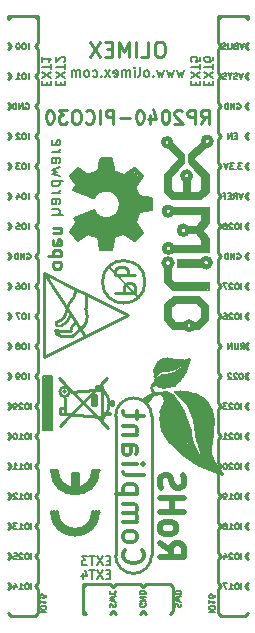
<source format=gbr>
G04 #@! TF.GenerationSoftware,KiCad,Pcbnew,5.1.12-84ad8e8a86~92~ubuntu18.04.1*
G04 #@! TF.CreationDate,2023-05-05T14:43:28+03:00*
G04 #@! TF.ProjectId,RP2040-PICO30_Rev_A,52503230-3430-42d5-9049-434f33305f52,A*
G04 #@! TF.SameCoordinates,Original*
G04 #@! TF.FileFunction,Legend,Bot*
G04 #@! TF.FilePolarity,Positive*
%FSLAX46Y46*%
G04 Gerber Fmt 4.6, Leading zero omitted, Abs format (unit mm)*
G04 Created by KiCad (PCBNEW 5.1.12-84ad8e8a86~92~ubuntu18.04.1) date 2023-05-05 14:43:28*
%MOMM*%
%LPD*%
G01*
G04 APERTURE LIST*
%ADD10C,0.127000*%
%ADD11C,0.254000*%
%ADD12C,0.203200*%
%ADD13C,0.285750*%
%ADD14C,0.508000*%
%ADD15C,0.150000*%
%ADD16C,0.200000*%
%ADD17C,0.420000*%
%ADD18C,0.370000*%
%ADD19C,0.400000*%
%ADD20C,0.380000*%
%ADD21C,1.000000*%
%ADD22C,0.700000*%
%ADD23C,0.500000*%
%ADD24C,0.100000*%
%ADD25C,0.300000*%
%ADD26C,0.190500*%
%ADD27C,0.350000*%
%ADD28C,0.180000*%
G04 APERTURE END LIST*
D10*
X160134904Y-110567409D02*
X160134904Y-110059409D01*
X159796238Y-110059409D02*
X159699476Y-110059409D01*
X159651095Y-110083600D01*
X159602714Y-110131980D01*
X159578523Y-110228742D01*
X159578523Y-110398076D01*
X159602714Y-110494838D01*
X159651095Y-110543219D01*
X159699476Y-110567409D01*
X159796238Y-110567409D01*
X159844619Y-110543219D01*
X159893000Y-110494838D01*
X159917190Y-110398076D01*
X159917190Y-110228742D01*
X159893000Y-110131980D01*
X159844619Y-110083600D01*
X159796238Y-110059409D01*
X159385000Y-110107790D02*
X159360809Y-110083600D01*
X159312428Y-110059409D01*
X159191476Y-110059409D01*
X159143095Y-110083600D01*
X159118904Y-110107790D01*
X159094714Y-110156171D01*
X159094714Y-110204552D01*
X159118904Y-110277123D01*
X159409190Y-110567409D01*
X159094714Y-110567409D01*
X158659285Y-110228742D02*
X158659285Y-110567409D01*
X158780238Y-110035219D02*
X158901190Y-110398076D01*
X158586714Y-110398076D01*
X160134904Y-108027409D02*
X160134904Y-107519409D01*
X159796238Y-107519409D02*
X159699476Y-107519409D01*
X159651095Y-107543600D01*
X159602714Y-107591980D01*
X159578523Y-107688742D01*
X159578523Y-107858076D01*
X159602714Y-107954838D01*
X159651095Y-108003219D01*
X159699476Y-108027409D01*
X159796238Y-108027409D01*
X159844619Y-108003219D01*
X159893000Y-107954838D01*
X159917190Y-107858076D01*
X159917190Y-107688742D01*
X159893000Y-107591980D01*
X159844619Y-107543600D01*
X159796238Y-107519409D01*
X159094714Y-108027409D02*
X159385000Y-108027409D01*
X159239857Y-108027409D02*
X159239857Y-107519409D01*
X159288238Y-107591980D01*
X159336619Y-107640361D01*
X159385000Y-107664552D01*
X158804428Y-107737123D02*
X158852809Y-107712933D01*
X158877000Y-107688742D01*
X158901190Y-107640361D01*
X158901190Y-107616171D01*
X158877000Y-107567790D01*
X158852809Y-107543600D01*
X158804428Y-107519409D01*
X158707666Y-107519409D01*
X158659285Y-107543600D01*
X158635095Y-107567790D01*
X158610904Y-107616171D01*
X158610904Y-107640361D01*
X158635095Y-107688742D01*
X158659285Y-107712933D01*
X158707666Y-107737123D01*
X158804428Y-107737123D01*
X158852809Y-107761314D01*
X158877000Y-107785504D01*
X158901190Y-107833885D01*
X158901190Y-107930647D01*
X158877000Y-107979028D01*
X158852809Y-108003219D01*
X158804428Y-108027409D01*
X158707666Y-108027409D01*
X158659285Y-108003219D01*
X158635095Y-107979028D01*
X158610904Y-107930647D01*
X158610904Y-107833885D01*
X158635095Y-107785504D01*
X158659285Y-107761314D01*
X158707666Y-107737123D01*
X160134904Y-82627409D02*
X160134904Y-82119409D01*
X159796238Y-82119409D02*
X159699476Y-82119409D01*
X159651095Y-82143600D01*
X159602714Y-82191980D01*
X159578523Y-82288742D01*
X159578523Y-82458076D01*
X159602714Y-82554838D01*
X159651095Y-82603219D01*
X159699476Y-82627409D01*
X159796238Y-82627409D01*
X159844619Y-82603219D01*
X159893000Y-82554838D01*
X159917190Y-82458076D01*
X159917190Y-82288742D01*
X159893000Y-82191980D01*
X159844619Y-82143600D01*
X159796238Y-82119409D01*
X159385000Y-82167790D02*
X159360809Y-82143600D01*
X159312428Y-82119409D01*
X159191476Y-82119409D01*
X159143095Y-82143600D01*
X159118904Y-82167790D01*
X159094714Y-82216171D01*
X159094714Y-82264552D01*
X159118904Y-82337123D01*
X159409190Y-82627409D01*
X159094714Y-82627409D01*
X158804428Y-82337123D02*
X158852809Y-82312933D01*
X158877000Y-82288742D01*
X158901190Y-82240361D01*
X158901190Y-82216171D01*
X158877000Y-82167790D01*
X158852809Y-82143600D01*
X158804428Y-82119409D01*
X158707666Y-82119409D01*
X158659285Y-82143600D01*
X158635095Y-82167790D01*
X158610904Y-82216171D01*
X158610904Y-82240361D01*
X158635095Y-82288742D01*
X158659285Y-82312933D01*
X158707666Y-82337123D01*
X158804428Y-82337123D01*
X158852809Y-82361314D01*
X158877000Y-82385504D01*
X158901190Y-82433885D01*
X158901190Y-82530647D01*
X158877000Y-82579028D01*
X158852809Y-82603219D01*
X158804428Y-82627409D01*
X158707666Y-82627409D01*
X158659285Y-82603219D01*
X158635095Y-82579028D01*
X158610904Y-82530647D01*
X158610904Y-82433885D01*
X158635095Y-82385504D01*
X158659285Y-82361314D01*
X158707666Y-82337123D01*
X159772047Y-71983600D02*
X159820428Y-71959409D01*
X159893000Y-71959409D01*
X159965571Y-71983600D01*
X160013952Y-72031980D01*
X160038142Y-72080361D01*
X160062333Y-72177123D01*
X160062333Y-72249695D01*
X160038142Y-72346457D01*
X160013952Y-72394838D01*
X159965571Y-72443219D01*
X159893000Y-72467409D01*
X159844619Y-72467409D01*
X159772047Y-72443219D01*
X159747857Y-72419028D01*
X159747857Y-72249695D01*
X159844619Y-72249695D01*
X159530142Y-72467409D02*
X159530142Y-71959409D01*
X159239857Y-72467409D01*
X159239857Y-71959409D01*
X158997952Y-72467409D02*
X158997952Y-71959409D01*
X158877000Y-71959409D01*
X158804428Y-71983600D01*
X158756047Y-72031980D01*
X158731857Y-72080361D01*
X158707666Y-72177123D01*
X158707666Y-72249695D01*
X158731857Y-72346457D01*
X158756047Y-72394838D01*
X158804428Y-72443219D01*
X158877000Y-72467409D01*
X158997952Y-72467409D01*
X160134904Y-113107408D02*
X160134904Y-112599408D01*
X159796238Y-112599408D02*
X159699476Y-112599408D01*
X159651095Y-112623599D01*
X159602714Y-112671979D01*
X159578523Y-112768741D01*
X159578523Y-112938075D01*
X159602714Y-113034837D01*
X159651095Y-113083218D01*
X159699476Y-113107408D01*
X159796238Y-113107408D01*
X159844619Y-113083218D01*
X159893000Y-113034837D01*
X159917190Y-112938075D01*
X159917190Y-112768741D01*
X159893000Y-112671979D01*
X159844619Y-112623599D01*
X159796238Y-112599408D01*
X159094714Y-113107408D02*
X159385000Y-113107408D01*
X159239857Y-113107408D02*
X159239857Y-112599408D01*
X159288238Y-112671979D01*
X159336619Y-112720360D01*
X159385000Y-112744551D01*
X158925380Y-112599408D02*
X158586714Y-112599408D01*
X158804428Y-113107408D01*
X159772047Y-84683600D02*
X159820428Y-84659409D01*
X159893000Y-84659409D01*
X159965571Y-84683600D01*
X160013952Y-84731980D01*
X160038142Y-84780361D01*
X160062333Y-84877123D01*
X160062333Y-84949695D01*
X160038142Y-85046457D01*
X160013952Y-85094838D01*
X159965571Y-85143219D01*
X159893000Y-85167409D01*
X159844619Y-85167409D01*
X159772047Y-85143219D01*
X159747857Y-85119028D01*
X159747857Y-84949695D01*
X159844619Y-84949695D01*
X159530142Y-85167409D02*
X159530142Y-84659409D01*
X159239857Y-85167409D01*
X159239857Y-84659409D01*
X158997952Y-85167409D02*
X158997952Y-84659409D01*
X158877000Y-84659409D01*
X158804428Y-84683600D01*
X158756047Y-84731980D01*
X158731857Y-84780361D01*
X158707666Y-84877123D01*
X158707666Y-84949695D01*
X158731857Y-85046457D01*
X158756047Y-85094838D01*
X158804428Y-85143219D01*
X158877000Y-85167409D01*
X158997952Y-85167409D01*
X160134904Y-100407408D02*
X160134904Y-99899408D01*
X159796238Y-99899408D02*
X159699476Y-99899408D01*
X159651095Y-99923599D01*
X159602714Y-99971979D01*
X159578523Y-100068741D01*
X159578523Y-100238075D01*
X159602714Y-100334837D01*
X159651095Y-100383218D01*
X159699476Y-100407408D01*
X159796238Y-100407408D01*
X159844619Y-100383218D01*
X159893000Y-100334837D01*
X159917190Y-100238075D01*
X159917190Y-100068741D01*
X159893000Y-99971979D01*
X159844619Y-99923599D01*
X159796238Y-99899408D01*
X159385000Y-99947789D02*
X159360809Y-99923599D01*
X159312428Y-99899408D01*
X159191476Y-99899408D01*
X159143095Y-99923599D01*
X159118904Y-99947789D01*
X159094714Y-99996170D01*
X159094714Y-100044551D01*
X159118904Y-100117122D01*
X159409190Y-100407408D01*
X159094714Y-100407408D01*
X158610904Y-100407408D02*
X158901190Y-100407408D01*
X158756047Y-100407408D02*
X158756047Y-99899408D01*
X158804428Y-99971979D01*
X158852809Y-100020360D01*
X158901190Y-100044551D01*
X160255857Y-69419409D02*
X160086523Y-69927409D01*
X159917190Y-69419409D01*
X159772047Y-69903219D02*
X159699476Y-69927409D01*
X159578523Y-69927409D01*
X159530142Y-69903219D01*
X159505952Y-69879028D01*
X159481761Y-69830647D01*
X159481761Y-69782266D01*
X159505952Y-69733885D01*
X159530142Y-69709695D01*
X159578523Y-69685504D01*
X159675285Y-69661314D01*
X159723666Y-69637123D01*
X159747857Y-69612933D01*
X159772047Y-69564552D01*
X159772047Y-69516171D01*
X159747857Y-69467790D01*
X159723666Y-69443600D01*
X159675285Y-69419409D01*
X159554333Y-69419409D01*
X159481761Y-69443600D01*
X159167285Y-69685504D02*
X159167285Y-69927409D01*
X159336619Y-69419409D02*
X159167285Y-69685504D01*
X158997952Y-69419409D01*
X158852809Y-69903219D02*
X158780238Y-69927409D01*
X158659285Y-69927409D01*
X158610904Y-69903219D01*
X158586714Y-69879028D01*
X158562523Y-69830647D01*
X158562523Y-69782266D01*
X158586714Y-69733885D01*
X158610904Y-69709695D01*
X158659285Y-69685504D01*
X158756047Y-69661314D01*
X158804428Y-69637123D01*
X158828619Y-69612933D01*
X158852809Y-69564552D01*
X158852809Y-69516171D01*
X158828619Y-69467790D01*
X158804428Y-69443600D01*
X158756047Y-69419409D01*
X158635095Y-69419409D01*
X158562523Y-69443600D01*
X160198404Y-77039409D02*
X159883928Y-77039409D01*
X160053261Y-77232933D01*
X159980690Y-77232933D01*
X159932309Y-77257123D01*
X159908119Y-77281314D01*
X159883928Y-77329695D01*
X159883928Y-77450647D01*
X159908119Y-77499028D01*
X159932309Y-77523219D01*
X159980690Y-77547409D01*
X160125833Y-77547409D01*
X160174214Y-77523219D01*
X160198404Y-77499028D01*
X159666214Y-77499028D02*
X159642023Y-77523219D01*
X159666214Y-77547409D01*
X159690404Y-77523219D01*
X159666214Y-77499028D01*
X159666214Y-77547409D01*
X159472690Y-77039409D02*
X159158214Y-77039409D01*
X159327547Y-77232933D01*
X159254976Y-77232933D01*
X159206595Y-77257123D01*
X159182404Y-77281314D01*
X159158214Y-77329695D01*
X159158214Y-77450647D01*
X159182404Y-77499028D01*
X159206595Y-77523219D01*
X159254976Y-77547409D01*
X159400119Y-77547409D01*
X159448500Y-77523219D01*
X159472690Y-77499028D01*
X159013071Y-77039409D02*
X158843738Y-77547409D01*
X158674404Y-77039409D01*
X160255857Y-79579410D02*
X160086523Y-80087410D01*
X159917190Y-79579410D01*
X159457571Y-80087410D02*
X159626904Y-79845505D01*
X159747857Y-80087410D02*
X159747857Y-79579410D01*
X159554333Y-79579410D01*
X159505952Y-79603601D01*
X159481761Y-79627791D01*
X159457571Y-79676172D01*
X159457571Y-79748743D01*
X159481761Y-79797124D01*
X159505952Y-79821315D01*
X159554333Y-79845505D01*
X159747857Y-79845505D01*
X159239857Y-79821315D02*
X159070523Y-79821315D01*
X158997952Y-80087410D02*
X159239857Y-80087410D01*
X159239857Y-79579410D01*
X158997952Y-79579410D01*
X158610904Y-79821315D02*
X158780238Y-79821315D01*
X158780238Y-80087410D02*
X158780238Y-79579410D01*
X158538333Y-79579410D01*
X160134904Y-97867409D02*
X160134904Y-97359409D01*
X159796238Y-97359409D02*
X159699476Y-97359409D01*
X159651095Y-97383600D01*
X159602714Y-97431980D01*
X159578523Y-97528742D01*
X159578523Y-97698076D01*
X159602714Y-97794838D01*
X159651095Y-97843219D01*
X159699476Y-97867409D01*
X159796238Y-97867409D01*
X159844619Y-97843219D01*
X159893000Y-97794838D01*
X159917190Y-97698076D01*
X159917190Y-97528742D01*
X159893000Y-97431980D01*
X159844619Y-97383600D01*
X159796238Y-97359409D01*
X159385000Y-97407790D02*
X159360809Y-97383600D01*
X159312428Y-97359409D01*
X159191476Y-97359409D01*
X159143095Y-97383600D01*
X159118904Y-97407790D01*
X159094714Y-97456171D01*
X159094714Y-97504552D01*
X159118904Y-97577123D01*
X159409190Y-97867409D01*
X159094714Y-97867409D01*
X158925380Y-97359409D02*
X158610904Y-97359409D01*
X158780238Y-97552933D01*
X158707666Y-97552933D01*
X158659285Y-97577123D01*
X158635095Y-97601314D01*
X158610904Y-97649695D01*
X158610904Y-97770647D01*
X158635095Y-97819028D01*
X158659285Y-97843219D01*
X158707666Y-97867409D01*
X158852809Y-97867409D01*
X158901190Y-97843219D01*
X158925380Y-97819028D01*
X160134904Y-102947410D02*
X160134904Y-102439410D01*
X159796238Y-102439410D02*
X159699476Y-102439410D01*
X159651095Y-102463601D01*
X159602714Y-102511981D01*
X159578523Y-102608743D01*
X159578523Y-102778077D01*
X159602714Y-102874839D01*
X159651095Y-102923220D01*
X159699476Y-102947410D01*
X159796238Y-102947410D01*
X159844619Y-102923220D01*
X159893000Y-102874839D01*
X159917190Y-102778077D01*
X159917190Y-102608743D01*
X159893000Y-102511981D01*
X159844619Y-102463601D01*
X159796238Y-102439410D01*
X159385000Y-102487791D02*
X159360809Y-102463601D01*
X159312428Y-102439410D01*
X159191476Y-102439410D01*
X159143095Y-102463601D01*
X159118904Y-102487791D01*
X159094714Y-102536172D01*
X159094714Y-102584553D01*
X159118904Y-102657124D01*
X159409190Y-102947410D01*
X159094714Y-102947410D01*
X158780238Y-102439410D02*
X158731857Y-102439410D01*
X158683476Y-102463601D01*
X158659285Y-102487791D01*
X158635095Y-102536172D01*
X158610904Y-102632934D01*
X158610904Y-102753886D01*
X158635095Y-102850648D01*
X158659285Y-102899029D01*
X158683476Y-102923220D01*
X158731857Y-102947410D01*
X158780238Y-102947410D01*
X158828619Y-102923220D01*
X158852809Y-102899029D01*
X158877000Y-102850648D01*
X158901190Y-102753886D01*
X158901190Y-102632934D01*
X158877000Y-102536172D01*
X158852809Y-102487791D01*
X158828619Y-102463601D01*
X158780238Y-102439410D01*
X159759952Y-74741314D02*
X159590619Y-74741314D01*
X159518047Y-75007409D02*
X159759952Y-75007409D01*
X159759952Y-74499409D01*
X159518047Y-74499409D01*
X159300333Y-75007409D02*
X159300333Y-74499409D01*
X159010047Y-75007409D01*
X159010047Y-74499409D01*
X160134904Y-90247408D02*
X160134904Y-89739408D01*
X159796238Y-89739408D02*
X159699476Y-89739408D01*
X159651095Y-89763599D01*
X159602714Y-89811979D01*
X159578523Y-89908741D01*
X159578523Y-90078075D01*
X159602714Y-90174837D01*
X159651095Y-90223218D01*
X159699476Y-90247408D01*
X159796238Y-90247408D01*
X159844619Y-90223218D01*
X159893000Y-90174837D01*
X159917190Y-90078075D01*
X159917190Y-89908741D01*
X159893000Y-89811979D01*
X159844619Y-89763599D01*
X159796238Y-89739408D01*
X159385000Y-89787789D02*
X159360809Y-89763599D01*
X159312428Y-89739408D01*
X159191476Y-89739408D01*
X159143095Y-89763599D01*
X159118904Y-89787789D01*
X159094714Y-89836170D01*
X159094714Y-89884551D01*
X159118904Y-89957122D01*
X159409190Y-90247408D01*
X159094714Y-90247408D01*
X158659285Y-89739408D02*
X158756047Y-89739408D01*
X158804428Y-89763599D01*
X158828619Y-89787789D01*
X158877000Y-89860360D01*
X158901190Y-89957122D01*
X158901190Y-90150646D01*
X158877000Y-90199027D01*
X158852809Y-90223218D01*
X158804428Y-90247408D01*
X158707666Y-90247408D01*
X158659285Y-90223218D01*
X158635095Y-90199027D01*
X158610904Y-90150646D01*
X158610904Y-90029694D01*
X158635095Y-89981313D01*
X158659285Y-89957122D01*
X158707666Y-89932932D01*
X158804428Y-89932932D01*
X158852809Y-89957122D01*
X158877000Y-89981313D01*
X158901190Y-90029694D01*
X160316333Y-66879408D02*
X160147000Y-67387408D01*
X159977666Y-66879408D01*
X159639000Y-67121313D02*
X159566428Y-67145503D01*
X159542238Y-67169694D01*
X159518047Y-67218075D01*
X159518047Y-67290646D01*
X159542238Y-67339027D01*
X159566428Y-67363218D01*
X159614809Y-67387408D01*
X159808333Y-67387408D01*
X159808333Y-66879408D01*
X159639000Y-66879408D01*
X159590619Y-66903599D01*
X159566428Y-66927789D01*
X159542238Y-66976170D01*
X159542238Y-67024551D01*
X159566428Y-67072932D01*
X159590619Y-67097122D01*
X159639000Y-67121313D01*
X159808333Y-67121313D01*
X159300333Y-66879408D02*
X159300333Y-67290646D01*
X159276142Y-67339027D01*
X159251952Y-67363218D01*
X159203571Y-67387408D01*
X159106809Y-67387408D01*
X159058428Y-67363218D01*
X159034238Y-67339027D01*
X159010047Y-67290646D01*
X159010047Y-66879408D01*
X158792333Y-67363218D02*
X158719761Y-67387408D01*
X158598809Y-67387408D01*
X158550428Y-67363218D01*
X158526238Y-67339027D01*
X158502047Y-67290646D01*
X158502047Y-67242265D01*
X158526238Y-67193884D01*
X158550428Y-67169694D01*
X158598809Y-67145503D01*
X158695571Y-67121313D01*
X158743952Y-67097122D01*
X158768142Y-67072932D01*
X158792333Y-67024551D01*
X158792333Y-66976170D01*
X158768142Y-66927789D01*
X158743952Y-66903599D01*
X158695571Y-66879408D01*
X158574619Y-66879408D01*
X158502047Y-66903599D01*
X160077452Y-92787409D02*
X160246785Y-92545504D01*
X160367738Y-92787409D02*
X160367738Y-92279409D01*
X160174214Y-92279409D01*
X160125833Y-92303600D01*
X160101642Y-92327790D01*
X160077452Y-92376171D01*
X160077452Y-92448742D01*
X160101642Y-92497123D01*
X160125833Y-92521314D01*
X160174214Y-92545504D01*
X160367738Y-92545504D01*
X159859738Y-92279409D02*
X159859738Y-92690647D01*
X159835547Y-92739028D01*
X159811357Y-92763219D01*
X159762976Y-92787409D01*
X159666214Y-92787409D01*
X159617833Y-92763219D01*
X159593642Y-92739028D01*
X159569452Y-92690647D01*
X159569452Y-92279409D01*
X159327547Y-92787409D02*
X159327547Y-92279409D01*
X159037261Y-92787409D01*
X159037261Y-92279409D01*
X160134904Y-105487409D02*
X160134904Y-104979409D01*
X159796238Y-104979409D02*
X159699476Y-104979409D01*
X159651095Y-105003600D01*
X159602714Y-105051980D01*
X159578523Y-105148742D01*
X159578523Y-105318076D01*
X159602714Y-105414838D01*
X159651095Y-105463219D01*
X159699476Y-105487409D01*
X159796238Y-105487409D01*
X159844619Y-105463219D01*
X159893000Y-105414838D01*
X159917190Y-105318076D01*
X159917190Y-105148742D01*
X159893000Y-105051980D01*
X159844619Y-105003600D01*
X159796238Y-104979409D01*
X159094714Y-105487409D02*
X159385000Y-105487409D01*
X159239857Y-105487409D02*
X159239857Y-104979409D01*
X159288238Y-105051980D01*
X159336619Y-105100361D01*
X159385000Y-105124552D01*
X158852809Y-105487409D02*
X158756047Y-105487409D01*
X158707666Y-105463219D01*
X158683476Y-105439028D01*
X158635095Y-105366457D01*
X158610904Y-105269695D01*
X158610904Y-105076171D01*
X158635095Y-105027790D01*
X158659285Y-105003600D01*
X158707666Y-104979409D01*
X158804428Y-104979409D01*
X158852809Y-105003600D01*
X158877000Y-105027790D01*
X158901190Y-105076171D01*
X158901190Y-105197123D01*
X158877000Y-105245504D01*
X158852809Y-105269695D01*
X158804428Y-105293885D01*
X158707666Y-105293885D01*
X158659285Y-105269695D01*
X158635095Y-105245504D01*
X158610904Y-105197123D01*
X160134904Y-87707409D02*
X160134904Y-87199409D01*
X159796238Y-87199409D02*
X159699476Y-87199409D01*
X159651095Y-87223600D01*
X159602714Y-87271980D01*
X159578523Y-87368742D01*
X159578523Y-87538076D01*
X159602714Y-87634838D01*
X159651095Y-87683219D01*
X159699476Y-87707409D01*
X159796238Y-87707409D01*
X159844619Y-87683219D01*
X159893000Y-87634838D01*
X159917190Y-87538076D01*
X159917190Y-87368742D01*
X159893000Y-87271980D01*
X159844619Y-87223600D01*
X159796238Y-87199409D01*
X159385000Y-87247790D02*
X159360809Y-87223600D01*
X159312428Y-87199409D01*
X159191476Y-87199409D01*
X159143095Y-87223600D01*
X159118904Y-87247790D01*
X159094714Y-87296171D01*
X159094714Y-87344552D01*
X159118904Y-87417123D01*
X159409190Y-87707409D01*
X159094714Y-87707409D01*
X158925380Y-87199409D02*
X158586714Y-87199409D01*
X158804428Y-87707409D01*
X160515904Y-95327409D02*
X160515904Y-94819409D01*
X160177238Y-94819409D02*
X160080476Y-94819409D01*
X160032095Y-94843600D01*
X159983714Y-94891980D01*
X159959523Y-94988742D01*
X159959523Y-95158076D01*
X159983714Y-95254838D01*
X160032095Y-95303219D01*
X160080476Y-95327409D01*
X160177238Y-95327409D01*
X160225619Y-95303219D01*
X160274000Y-95254838D01*
X160298190Y-95158076D01*
X160298190Y-94988742D01*
X160274000Y-94891980D01*
X160225619Y-94843600D01*
X160177238Y-94819409D01*
X159766000Y-94867790D02*
X159741809Y-94843600D01*
X159693428Y-94819409D01*
X159572476Y-94819409D01*
X159524095Y-94843600D01*
X159499904Y-94867790D01*
X159475714Y-94916171D01*
X159475714Y-94964552D01*
X159499904Y-95037123D01*
X159790190Y-95327409D01*
X159475714Y-95327409D01*
X159282190Y-94867790D02*
X159258000Y-94843600D01*
X159209619Y-94819409D01*
X159088666Y-94819409D01*
X159040285Y-94843600D01*
X159016095Y-94867790D01*
X158991904Y-94916171D01*
X158991904Y-94964552D01*
X159016095Y-95037123D01*
X159306380Y-95327409D01*
X158991904Y-95327409D01*
X148993980Y-114608428D02*
X148969790Y-114535857D01*
X148969790Y-114414904D01*
X148993980Y-114366523D01*
X149018171Y-114342333D01*
X149066552Y-114318142D01*
X149114933Y-114318142D01*
X149163314Y-114342333D01*
X149187504Y-114366523D01*
X149211695Y-114414904D01*
X149235885Y-114511666D01*
X149260076Y-114560047D01*
X149284266Y-114584238D01*
X149332647Y-114608428D01*
X149381028Y-114608428D01*
X149429409Y-114584238D01*
X149453600Y-114560047D01*
X149477790Y-114511666D01*
X149477790Y-114390714D01*
X149453600Y-114318142D01*
X149477790Y-114148809D02*
X148969790Y-114027857D01*
X149332647Y-113931095D01*
X148969790Y-113834333D01*
X149477790Y-113713380D01*
X149018171Y-113229571D02*
X148993980Y-113253761D01*
X148969790Y-113326333D01*
X148969790Y-113374714D01*
X148993980Y-113447285D01*
X149042361Y-113495666D01*
X149090742Y-113519857D01*
X149187504Y-113544047D01*
X149260076Y-113544047D01*
X149356838Y-113519857D01*
X149405219Y-113495666D01*
X149453600Y-113447285D01*
X149477790Y-113374714D01*
X149477790Y-113326333D01*
X149453600Y-113253761D01*
X149429409Y-113229571D01*
X154531180Y-114608428D02*
X154506990Y-114535857D01*
X154506990Y-114414904D01*
X154531180Y-114366523D01*
X154555371Y-114342333D01*
X154603752Y-114318142D01*
X154652133Y-114318142D01*
X154700514Y-114342333D01*
X154724704Y-114366523D01*
X154748895Y-114414904D01*
X154773085Y-114511666D01*
X154797276Y-114560047D01*
X154821466Y-114584238D01*
X154869847Y-114608428D01*
X154918228Y-114608428D01*
X154966609Y-114584238D01*
X154990800Y-114560047D01*
X155014990Y-114511666D01*
X155014990Y-114390714D01*
X154990800Y-114318142D01*
X155014990Y-114148809D02*
X154506990Y-114027857D01*
X154869847Y-113931095D01*
X154506990Y-113834333D01*
X155014990Y-113713380D01*
X154506990Y-113519857D02*
X155014990Y-113519857D01*
X155014990Y-113398904D01*
X154990800Y-113326333D01*
X154942419Y-113277952D01*
X154894038Y-113253761D01*
X154797276Y-113229571D01*
X154724704Y-113229571D01*
X154627942Y-113253761D01*
X154579561Y-113277952D01*
X154531180Y-113326333D01*
X154506990Y-113398904D01*
X154506990Y-113519857D01*
X151993600Y-114306047D02*
X152017790Y-114354428D01*
X152017790Y-114427000D01*
X151993600Y-114499571D01*
X151945219Y-114547952D01*
X151896838Y-114572142D01*
X151800076Y-114596333D01*
X151727504Y-114596333D01*
X151630742Y-114572142D01*
X151582361Y-114547952D01*
X151533980Y-114499571D01*
X151509790Y-114427000D01*
X151509790Y-114378619D01*
X151533980Y-114306047D01*
X151558171Y-114281857D01*
X151727504Y-114281857D01*
X151727504Y-114378619D01*
X151509790Y-114064142D02*
X152017790Y-114064142D01*
X151509790Y-113773857D01*
X152017790Y-113773857D01*
X151509790Y-113531952D02*
X152017790Y-113531952D01*
X152017790Y-113411000D01*
X151993600Y-113338428D01*
X151945219Y-113290047D01*
X151896838Y-113265857D01*
X151800076Y-113241666D01*
X151727504Y-113241666D01*
X151630742Y-113265857D01*
X151582361Y-113290047D01*
X151533980Y-113338428D01*
X151509790Y-113411000D01*
X151509790Y-113531952D01*
X157402590Y-115049904D02*
X157910590Y-115049904D01*
X157910590Y-114711238D02*
X157910590Y-114614476D01*
X157886400Y-114566095D01*
X157838019Y-114517714D01*
X157741257Y-114493523D01*
X157571923Y-114493523D01*
X157475161Y-114517714D01*
X157426780Y-114566095D01*
X157402590Y-114614476D01*
X157402590Y-114711238D01*
X157426780Y-114759619D01*
X157475161Y-114808000D01*
X157571923Y-114832190D01*
X157741257Y-114832190D01*
X157838019Y-114808000D01*
X157886400Y-114759619D01*
X157910590Y-114711238D01*
X157402590Y-114009714D02*
X157402590Y-114300000D01*
X157402590Y-114154857D02*
X157910590Y-114154857D01*
X157838019Y-114203238D01*
X157789638Y-114251619D01*
X157765447Y-114300000D01*
X157910590Y-113574285D02*
X157910590Y-113671047D01*
X157886400Y-113719428D01*
X157862209Y-113743619D01*
X157789638Y-113792000D01*
X157692876Y-113816190D01*
X157499352Y-113816190D01*
X157450971Y-113792000D01*
X157426780Y-113767809D01*
X157402590Y-113719428D01*
X157402590Y-113622666D01*
X157426780Y-113574285D01*
X157450971Y-113550095D01*
X157499352Y-113525904D01*
X157620304Y-113525904D01*
X157668685Y-113550095D01*
X157692876Y-113574285D01*
X157717066Y-113622666D01*
X157717066Y-113719428D01*
X157692876Y-113767809D01*
X157668685Y-113792000D01*
X157620304Y-113816190D01*
X143102390Y-115049904D02*
X143610390Y-115049904D01*
X143610390Y-114711238D02*
X143610390Y-114614476D01*
X143586200Y-114566095D01*
X143537819Y-114517714D01*
X143441057Y-114493523D01*
X143271723Y-114493523D01*
X143174961Y-114517714D01*
X143126580Y-114566095D01*
X143102390Y-114614476D01*
X143102390Y-114711238D01*
X143126580Y-114759619D01*
X143174961Y-114808000D01*
X143271723Y-114832190D01*
X143441057Y-114832190D01*
X143537819Y-114808000D01*
X143586200Y-114759619D01*
X143610390Y-114711238D01*
X143102390Y-114009714D02*
X143102390Y-114300000D01*
X143102390Y-114154857D02*
X143610390Y-114154857D01*
X143537819Y-114203238D01*
X143489438Y-114251619D01*
X143465247Y-114300000D01*
X143610390Y-113550095D02*
X143610390Y-113792000D01*
X143368485Y-113816190D01*
X143392676Y-113792000D01*
X143416866Y-113743619D01*
X143416866Y-113622666D01*
X143392676Y-113574285D01*
X143368485Y-113550095D01*
X143320104Y-113525904D01*
X143199152Y-113525904D01*
X143150771Y-113550095D01*
X143126580Y-113574285D01*
X143102390Y-113622666D01*
X143102390Y-113743619D01*
X143126580Y-113792000D01*
X143150771Y-113816190D01*
X142113000Y-82627409D02*
X142113000Y-82119409D01*
X141774333Y-82119409D02*
X141677571Y-82119409D01*
X141629190Y-82143600D01*
X141580809Y-82191980D01*
X141556619Y-82288742D01*
X141556619Y-82458076D01*
X141580809Y-82554838D01*
X141629190Y-82603219D01*
X141677571Y-82627409D01*
X141774333Y-82627409D01*
X141822714Y-82603219D01*
X141871095Y-82554838D01*
X141895285Y-82458076D01*
X141895285Y-82288742D01*
X141871095Y-82191980D01*
X141822714Y-82143600D01*
X141774333Y-82119409D01*
X141097000Y-82119409D02*
X141338904Y-82119409D01*
X141363095Y-82361314D01*
X141338904Y-82337123D01*
X141290523Y-82312933D01*
X141169571Y-82312933D01*
X141121190Y-82337123D01*
X141097000Y-82361314D01*
X141072809Y-82409695D01*
X141072809Y-82530647D01*
X141097000Y-82579028D01*
X141121190Y-82603219D01*
X141169571Y-82627409D01*
X141290523Y-82627409D01*
X141338904Y-82603219D01*
X141363095Y-82579028D01*
X142354904Y-113107409D02*
X142354904Y-112599409D01*
X142016238Y-112599409D02*
X141919476Y-112599409D01*
X141871095Y-112623600D01*
X141822714Y-112671980D01*
X141798523Y-112768742D01*
X141798523Y-112938076D01*
X141822714Y-113034838D01*
X141871095Y-113083219D01*
X141919476Y-113107409D01*
X142016238Y-113107409D01*
X142064619Y-113083219D01*
X142113000Y-113034838D01*
X142137190Y-112938076D01*
X142137190Y-112768742D01*
X142113000Y-112671980D01*
X142064619Y-112623600D01*
X142016238Y-112599409D01*
X141314714Y-113107409D02*
X141605000Y-113107409D01*
X141459857Y-113107409D02*
X141459857Y-112599409D01*
X141508238Y-112671980D01*
X141556619Y-112720361D01*
X141605000Y-112744552D01*
X140879285Y-112768742D02*
X140879285Y-113107409D01*
X141000238Y-112575219D02*
X141121190Y-112938076D01*
X140806714Y-112938076D01*
X142354904Y-97867409D02*
X142354904Y-97359409D01*
X142016238Y-97359409D02*
X141919476Y-97359409D01*
X141871095Y-97383600D01*
X141822714Y-97431980D01*
X141798523Y-97528742D01*
X141798523Y-97698076D01*
X141822714Y-97794838D01*
X141871095Y-97843219D01*
X141919476Y-97867409D01*
X142016238Y-97867409D01*
X142064619Y-97843219D01*
X142113000Y-97794838D01*
X142137190Y-97698076D01*
X142137190Y-97528742D01*
X142113000Y-97431980D01*
X142064619Y-97383600D01*
X142016238Y-97359409D01*
X141605000Y-97407790D02*
X141580809Y-97383600D01*
X141532428Y-97359409D01*
X141411476Y-97359409D01*
X141363095Y-97383600D01*
X141338904Y-97407790D01*
X141314714Y-97456171D01*
X141314714Y-97504552D01*
X141338904Y-97577123D01*
X141629190Y-97867409D01*
X141314714Y-97867409D01*
X141072809Y-97867409D02*
X140976047Y-97867409D01*
X140927666Y-97843219D01*
X140903476Y-97819028D01*
X140855095Y-97746457D01*
X140830904Y-97649695D01*
X140830904Y-97456171D01*
X140855095Y-97407790D01*
X140879285Y-97383600D01*
X140927666Y-97359409D01*
X141024428Y-97359409D01*
X141072809Y-97383600D01*
X141097000Y-97407790D01*
X141121190Y-97456171D01*
X141121190Y-97577123D01*
X141097000Y-97625504D01*
X141072809Y-97649695D01*
X141024428Y-97673885D01*
X140927666Y-97673885D01*
X140879285Y-97649695D01*
X140855095Y-97625504D01*
X140830904Y-97577123D01*
X142113000Y-75007409D02*
X142113000Y-74499409D01*
X141774333Y-74499409D02*
X141677571Y-74499409D01*
X141629190Y-74523600D01*
X141580809Y-74571980D01*
X141556619Y-74668742D01*
X141556619Y-74838076D01*
X141580809Y-74934838D01*
X141629190Y-74983219D01*
X141677571Y-75007409D01*
X141774333Y-75007409D01*
X141822714Y-74983219D01*
X141871095Y-74934838D01*
X141895285Y-74838076D01*
X141895285Y-74668742D01*
X141871095Y-74571980D01*
X141822714Y-74523600D01*
X141774333Y-74499409D01*
X141363095Y-74547790D02*
X141338904Y-74523600D01*
X141290523Y-74499409D01*
X141169571Y-74499409D01*
X141121190Y-74523600D01*
X141097000Y-74547790D01*
X141072809Y-74596171D01*
X141072809Y-74644552D01*
X141097000Y-74717123D01*
X141387285Y-75007409D01*
X141072809Y-75007409D01*
X142113000Y-92787409D02*
X142113000Y-92279409D01*
X141774333Y-92279409D02*
X141677571Y-92279409D01*
X141629190Y-92303600D01*
X141580809Y-92351980D01*
X141556619Y-92448742D01*
X141556619Y-92618076D01*
X141580809Y-92714838D01*
X141629190Y-92763219D01*
X141677571Y-92787409D01*
X141774333Y-92787409D01*
X141822714Y-92763219D01*
X141871095Y-92714838D01*
X141895285Y-92618076D01*
X141895285Y-92448742D01*
X141871095Y-92351980D01*
X141822714Y-92303600D01*
X141774333Y-92279409D01*
X141266333Y-92497123D02*
X141314714Y-92472933D01*
X141338904Y-92448742D01*
X141363095Y-92400361D01*
X141363095Y-92376171D01*
X141338904Y-92327790D01*
X141314714Y-92303600D01*
X141266333Y-92279409D01*
X141169571Y-92279409D01*
X141121190Y-92303600D01*
X141097000Y-92327790D01*
X141072809Y-92376171D01*
X141072809Y-92400361D01*
X141097000Y-92448742D01*
X141121190Y-92472933D01*
X141169571Y-92497123D01*
X141266333Y-92497123D01*
X141314714Y-92521314D01*
X141338904Y-92545504D01*
X141363095Y-92593885D01*
X141363095Y-92690647D01*
X141338904Y-92739028D01*
X141314714Y-92763219D01*
X141266333Y-92787409D01*
X141169571Y-92787409D01*
X141121190Y-92763219D01*
X141097000Y-92739028D01*
X141072809Y-92690647D01*
X141072809Y-92593885D01*
X141097000Y-92545504D01*
X141121190Y-92521314D01*
X141169571Y-92497123D01*
X142354904Y-105487409D02*
X142354904Y-104979409D01*
X142016238Y-104979409D02*
X141919476Y-104979409D01*
X141871095Y-105003600D01*
X141822714Y-105051980D01*
X141798523Y-105148742D01*
X141798523Y-105318076D01*
X141822714Y-105414838D01*
X141871095Y-105463219D01*
X141919476Y-105487409D01*
X142016238Y-105487409D01*
X142064619Y-105463219D01*
X142113000Y-105414838D01*
X142137190Y-105318076D01*
X142137190Y-105148742D01*
X142113000Y-105051980D01*
X142064619Y-105003600D01*
X142016238Y-104979409D01*
X141314714Y-105487409D02*
X141605000Y-105487409D01*
X141459857Y-105487409D02*
X141459857Y-104979409D01*
X141508238Y-105051980D01*
X141556619Y-105100361D01*
X141605000Y-105124552D01*
X141121190Y-105027790D02*
X141097000Y-105003600D01*
X141048619Y-104979409D01*
X140927666Y-104979409D01*
X140879285Y-105003600D01*
X140855095Y-105027790D01*
X140830904Y-105076171D01*
X140830904Y-105124552D01*
X140855095Y-105197123D01*
X141145380Y-105487409D01*
X140830904Y-105487409D01*
X141865047Y-71983600D02*
X141913428Y-71959409D01*
X141986000Y-71959409D01*
X142058571Y-71983600D01*
X142106952Y-72031980D01*
X142131142Y-72080361D01*
X142155333Y-72177123D01*
X142155333Y-72249695D01*
X142131142Y-72346457D01*
X142106952Y-72394838D01*
X142058571Y-72443219D01*
X141986000Y-72467409D01*
X141937619Y-72467409D01*
X141865047Y-72443219D01*
X141840857Y-72419028D01*
X141840857Y-72249695D01*
X141937619Y-72249695D01*
X141623142Y-72467409D02*
X141623142Y-71959409D01*
X141332857Y-72467409D01*
X141332857Y-71959409D01*
X141090952Y-72467409D02*
X141090952Y-71959409D01*
X140970000Y-71959409D01*
X140897428Y-71983600D01*
X140849047Y-72031980D01*
X140824857Y-72080361D01*
X140800666Y-72177123D01*
X140800666Y-72249695D01*
X140824857Y-72346457D01*
X140849047Y-72394838D01*
X140897428Y-72443219D01*
X140970000Y-72467409D01*
X141090952Y-72467409D01*
X142113000Y-67387409D02*
X142113000Y-66879409D01*
X141774333Y-66879409D02*
X141677571Y-66879409D01*
X141629190Y-66903600D01*
X141580809Y-66951980D01*
X141556619Y-67048742D01*
X141556619Y-67218076D01*
X141580809Y-67314838D01*
X141629190Y-67363219D01*
X141677571Y-67387409D01*
X141774333Y-67387409D01*
X141822714Y-67363219D01*
X141871095Y-67314838D01*
X141895285Y-67218076D01*
X141895285Y-67048742D01*
X141871095Y-66951980D01*
X141822714Y-66903600D01*
X141774333Y-66879409D01*
X141242142Y-66879409D02*
X141193761Y-66879409D01*
X141145380Y-66903600D01*
X141121190Y-66927790D01*
X141097000Y-66976171D01*
X141072809Y-67072933D01*
X141072809Y-67193885D01*
X141097000Y-67290647D01*
X141121190Y-67339028D01*
X141145380Y-67363219D01*
X141193761Y-67387409D01*
X141242142Y-67387409D01*
X141290523Y-67363219D01*
X141314714Y-67339028D01*
X141338904Y-67290647D01*
X141363095Y-67193885D01*
X141363095Y-67072933D01*
X141338904Y-66976171D01*
X141314714Y-66927790D01*
X141290523Y-66903600D01*
X141242142Y-66879409D01*
X142113000Y-95327409D02*
X142113000Y-94819409D01*
X141774333Y-94819409D02*
X141677571Y-94819409D01*
X141629190Y-94843600D01*
X141580809Y-94891980D01*
X141556619Y-94988742D01*
X141556619Y-95158076D01*
X141580809Y-95254838D01*
X141629190Y-95303219D01*
X141677571Y-95327409D01*
X141774333Y-95327409D01*
X141822714Y-95303219D01*
X141871095Y-95254838D01*
X141895285Y-95158076D01*
X141895285Y-94988742D01*
X141871095Y-94891980D01*
X141822714Y-94843600D01*
X141774333Y-94819409D01*
X141314714Y-95327409D02*
X141217952Y-95327409D01*
X141169571Y-95303219D01*
X141145380Y-95279028D01*
X141097000Y-95206457D01*
X141072809Y-95109695D01*
X141072809Y-94916171D01*
X141097000Y-94867790D01*
X141121190Y-94843600D01*
X141169571Y-94819409D01*
X141266333Y-94819409D01*
X141314714Y-94843600D01*
X141338904Y-94867790D01*
X141363095Y-94916171D01*
X141363095Y-95037123D01*
X141338904Y-95085504D01*
X141314714Y-95109695D01*
X141266333Y-95133885D01*
X141169571Y-95133885D01*
X141121190Y-95109695D01*
X141097000Y-95085504D01*
X141072809Y-95037123D01*
X142113000Y-87707409D02*
X142113000Y-87199409D01*
X141774333Y-87199409D02*
X141677571Y-87199409D01*
X141629190Y-87223600D01*
X141580809Y-87271980D01*
X141556619Y-87368742D01*
X141556619Y-87538076D01*
X141580809Y-87634838D01*
X141629190Y-87683219D01*
X141677571Y-87707409D01*
X141774333Y-87707409D01*
X141822714Y-87683219D01*
X141871095Y-87634838D01*
X141895285Y-87538076D01*
X141895285Y-87368742D01*
X141871095Y-87271980D01*
X141822714Y-87223600D01*
X141774333Y-87199409D01*
X141121190Y-87199409D02*
X141217952Y-87199409D01*
X141266333Y-87223600D01*
X141290523Y-87247790D01*
X141338904Y-87320361D01*
X141363095Y-87417123D01*
X141363095Y-87610647D01*
X141338904Y-87659028D01*
X141314714Y-87683219D01*
X141266333Y-87707409D01*
X141169571Y-87707409D01*
X141121190Y-87683219D01*
X141097000Y-87659028D01*
X141072809Y-87610647D01*
X141072809Y-87489695D01*
X141097000Y-87441314D01*
X141121190Y-87417123D01*
X141169571Y-87392933D01*
X141266333Y-87392933D01*
X141314714Y-87417123D01*
X141338904Y-87441314D01*
X141363095Y-87489695D01*
X142113000Y-69927409D02*
X142113000Y-69419409D01*
X141774333Y-69419409D02*
X141677571Y-69419409D01*
X141629190Y-69443600D01*
X141580809Y-69491980D01*
X141556619Y-69588742D01*
X141556619Y-69758076D01*
X141580809Y-69854838D01*
X141629190Y-69903219D01*
X141677571Y-69927409D01*
X141774333Y-69927409D01*
X141822714Y-69903219D01*
X141871095Y-69854838D01*
X141895285Y-69758076D01*
X141895285Y-69588742D01*
X141871095Y-69491980D01*
X141822714Y-69443600D01*
X141774333Y-69419409D01*
X141072809Y-69927409D02*
X141363095Y-69927409D01*
X141217952Y-69927409D02*
X141217952Y-69419409D01*
X141266333Y-69491980D01*
X141314714Y-69540361D01*
X141363095Y-69564552D01*
X142113000Y-80087409D02*
X142113000Y-79579409D01*
X141774333Y-79579409D02*
X141677571Y-79579409D01*
X141629190Y-79603600D01*
X141580809Y-79651980D01*
X141556619Y-79748742D01*
X141556619Y-79918076D01*
X141580809Y-80014838D01*
X141629190Y-80063219D01*
X141677571Y-80087409D01*
X141774333Y-80087409D01*
X141822714Y-80063219D01*
X141871095Y-80014838D01*
X141895285Y-79918076D01*
X141895285Y-79748742D01*
X141871095Y-79651980D01*
X141822714Y-79603600D01*
X141774333Y-79579409D01*
X141121190Y-79748742D02*
X141121190Y-80087409D01*
X141242142Y-79555219D02*
X141363095Y-79918076D01*
X141048619Y-79918076D01*
X142354904Y-110567409D02*
X142354904Y-110059409D01*
X142016238Y-110059409D02*
X141919476Y-110059409D01*
X141871095Y-110083600D01*
X141822714Y-110131980D01*
X141798523Y-110228742D01*
X141798523Y-110398076D01*
X141822714Y-110494838D01*
X141871095Y-110543219D01*
X141919476Y-110567409D01*
X142016238Y-110567409D01*
X142064619Y-110543219D01*
X142113000Y-110494838D01*
X142137190Y-110398076D01*
X142137190Y-110228742D01*
X142113000Y-110131980D01*
X142064619Y-110083600D01*
X142016238Y-110059409D01*
X141605000Y-110107790D02*
X141580809Y-110083600D01*
X141532428Y-110059409D01*
X141411476Y-110059409D01*
X141363095Y-110083600D01*
X141338904Y-110107790D01*
X141314714Y-110156171D01*
X141314714Y-110204552D01*
X141338904Y-110277123D01*
X141629190Y-110567409D01*
X141314714Y-110567409D01*
X140855095Y-110059409D02*
X141097000Y-110059409D01*
X141121190Y-110301314D01*
X141097000Y-110277123D01*
X141048619Y-110252933D01*
X140927666Y-110252933D01*
X140879285Y-110277123D01*
X140855095Y-110301314D01*
X140830904Y-110349695D01*
X140830904Y-110470647D01*
X140855095Y-110519028D01*
X140879285Y-110543219D01*
X140927666Y-110567409D01*
X141048619Y-110567409D01*
X141097000Y-110543219D01*
X141121190Y-110519028D01*
X142354904Y-100407409D02*
X142354904Y-99899409D01*
X142016238Y-99899409D02*
X141919476Y-99899409D01*
X141871095Y-99923600D01*
X141822714Y-99971980D01*
X141798523Y-100068742D01*
X141798523Y-100238076D01*
X141822714Y-100334838D01*
X141871095Y-100383219D01*
X141919476Y-100407409D01*
X142016238Y-100407409D01*
X142064619Y-100383219D01*
X142113000Y-100334838D01*
X142137190Y-100238076D01*
X142137190Y-100068742D01*
X142113000Y-99971980D01*
X142064619Y-99923600D01*
X142016238Y-99899409D01*
X141314714Y-100407409D02*
X141605000Y-100407409D01*
X141459857Y-100407409D02*
X141459857Y-99899409D01*
X141508238Y-99971980D01*
X141556619Y-100020361D01*
X141605000Y-100044552D01*
X141000238Y-99899409D02*
X140951857Y-99899409D01*
X140903476Y-99923600D01*
X140879285Y-99947790D01*
X140855095Y-99996171D01*
X140830904Y-100092933D01*
X140830904Y-100213885D01*
X140855095Y-100310647D01*
X140879285Y-100359028D01*
X140903476Y-100383219D01*
X140951857Y-100407409D01*
X141000238Y-100407409D01*
X141048619Y-100383219D01*
X141072809Y-100359028D01*
X141097000Y-100310647D01*
X141121190Y-100213885D01*
X141121190Y-100092933D01*
X141097000Y-99996171D01*
X141072809Y-99947790D01*
X141048619Y-99923600D01*
X141000238Y-99899409D01*
X142113000Y-90247409D02*
X142113000Y-89739409D01*
X141774333Y-89739409D02*
X141677571Y-89739409D01*
X141629190Y-89763600D01*
X141580809Y-89811980D01*
X141556619Y-89908742D01*
X141556619Y-90078076D01*
X141580809Y-90174838D01*
X141629190Y-90223219D01*
X141677571Y-90247409D01*
X141774333Y-90247409D01*
X141822714Y-90223219D01*
X141871095Y-90174838D01*
X141895285Y-90078076D01*
X141895285Y-89908742D01*
X141871095Y-89811980D01*
X141822714Y-89763600D01*
X141774333Y-89739409D01*
X141387285Y-89739409D02*
X141048619Y-89739409D01*
X141266333Y-90247409D01*
X142354904Y-108027409D02*
X142354904Y-107519409D01*
X142016238Y-107519409D02*
X141919476Y-107519409D01*
X141871095Y-107543600D01*
X141822714Y-107591980D01*
X141798523Y-107688742D01*
X141798523Y-107858076D01*
X141822714Y-107954838D01*
X141871095Y-108003219D01*
X141919476Y-108027409D01*
X142016238Y-108027409D01*
X142064619Y-108003219D01*
X142113000Y-107954838D01*
X142137190Y-107858076D01*
X142137190Y-107688742D01*
X142113000Y-107591980D01*
X142064619Y-107543600D01*
X142016238Y-107519409D01*
X141314714Y-108027409D02*
X141605000Y-108027409D01*
X141459857Y-108027409D02*
X141459857Y-107519409D01*
X141508238Y-107591980D01*
X141556619Y-107640361D01*
X141605000Y-107664552D01*
X141145380Y-107519409D02*
X140830904Y-107519409D01*
X141000238Y-107712933D01*
X140927666Y-107712933D01*
X140879285Y-107737123D01*
X140855095Y-107761314D01*
X140830904Y-107809695D01*
X140830904Y-107930647D01*
X140855095Y-107979028D01*
X140879285Y-108003219D01*
X140927666Y-108027409D01*
X141072809Y-108027409D01*
X141121190Y-108003219D01*
X141145380Y-107979028D01*
X141992047Y-84683600D02*
X142040428Y-84659409D01*
X142113000Y-84659409D01*
X142185571Y-84683600D01*
X142233952Y-84731980D01*
X142258142Y-84780361D01*
X142282333Y-84877123D01*
X142282333Y-84949695D01*
X142258142Y-85046457D01*
X142233952Y-85094838D01*
X142185571Y-85143219D01*
X142113000Y-85167409D01*
X142064619Y-85167409D01*
X141992047Y-85143219D01*
X141967857Y-85119028D01*
X141967857Y-84949695D01*
X142064619Y-84949695D01*
X141750142Y-85167409D02*
X141750142Y-84659409D01*
X141459857Y-85167409D01*
X141459857Y-84659409D01*
X141217952Y-85167409D02*
X141217952Y-84659409D01*
X141097000Y-84659409D01*
X141024428Y-84683600D01*
X140976047Y-84731980D01*
X140951857Y-84780361D01*
X140927666Y-84877123D01*
X140927666Y-84949695D01*
X140951857Y-85046457D01*
X140976047Y-85094838D01*
X141024428Y-85143219D01*
X141097000Y-85167409D01*
X141217952Y-85167409D01*
X142354904Y-102947409D02*
X142354904Y-102439409D01*
X142016238Y-102439409D02*
X141919476Y-102439409D01*
X141871095Y-102463600D01*
X141822714Y-102511980D01*
X141798523Y-102608742D01*
X141798523Y-102778076D01*
X141822714Y-102874838D01*
X141871095Y-102923219D01*
X141919476Y-102947409D01*
X142016238Y-102947409D01*
X142064619Y-102923219D01*
X142113000Y-102874838D01*
X142137190Y-102778076D01*
X142137190Y-102608742D01*
X142113000Y-102511980D01*
X142064619Y-102463600D01*
X142016238Y-102439409D01*
X141314714Y-102947409D02*
X141605000Y-102947409D01*
X141459857Y-102947409D02*
X141459857Y-102439409D01*
X141508238Y-102511980D01*
X141556619Y-102560361D01*
X141605000Y-102584552D01*
X140830904Y-102947409D02*
X141121190Y-102947409D01*
X140976047Y-102947409D02*
X140976047Y-102439409D01*
X141024428Y-102511980D01*
X141072809Y-102560361D01*
X141121190Y-102584552D01*
X142113000Y-77547409D02*
X142113000Y-77039409D01*
X141774333Y-77039409D02*
X141677571Y-77039409D01*
X141629190Y-77063600D01*
X141580809Y-77111980D01*
X141556619Y-77208742D01*
X141556619Y-77378076D01*
X141580809Y-77474838D01*
X141629190Y-77523219D01*
X141677571Y-77547409D01*
X141774333Y-77547409D01*
X141822714Y-77523219D01*
X141871095Y-77474838D01*
X141895285Y-77378076D01*
X141895285Y-77208742D01*
X141871095Y-77111980D01*
X141822714Y-77063600D01*
X141774333Y-77039409D01*
X141387285Y-77039409D02*
X141072809Y-77039409D01*
X141242142Y-77232933D01*
X141169571Y-77232933D01*
X141121190Y-77257123D01*
X141097000Y-77281314D01*
X141072809Y-77329695D01*
X141072809Y-77450647D01*
X141097000Y-77499028D01*
X141121190Y-77523219D01*
X141169571Y-77547409D01*
X141314714Y-77547409D01*
X141363095Y-77523219D01*
X141387285Y-77499028D01*
D11*
X153337380Y-66741523D02*
X153095476Y-66741523D01*
X152974523Y-66802000D01*
X152853571Y-66922952D01*
X152793095Y-67164857D01*
X152793095Y-67588190D01*
X152853571Y-67830095D01*
X152974523Y-67951047D01*
X153095476Y-68011523D01*
X153337380Y-68011523D01*
X153458333Y-67951047D01*
X153579285Y-67830095D01*
X153639761Y-67588190D01*
X153639761Y-67164857D01*
X153579285Y-66922952D01*
X153458333Y-66802000D01*
X153337380Y-66741523D01*
X151644047Y-68011523D02*
X152248809Y-68011523D01*
X152248809Y-66741523D01*
X151220714Y-68011523D02*
X151220714Y-66741523D01*
X150615952Y-68011523D02*
X150615952Y-66741523D01*
X150192619Y-67648666D01*
X149769285Y-66741523D01*
X149769285Y-68011523D01*
X149164523Y-67346285D02*
X148741190Y-67346285D01*
X148559761Y-68011523D02*
X149164523Y-68011523D01*
X149164523Y-66741523D01*
X148559761Y-66741523D01*
X148136428Y-66741523D02*
X147289761Y-68011523D01*
X147289761Y-66741523D02*
X148136428Y-68011523D01*
D12*
X155294390Y-69167828D02*
X155139571Y-69709695D01*
X154984752Y-69322647D01*
X154829933Y-69709695D01*
X154675114Y-69167828D01*
X154442885Y-69167828D02*
X154288066Y-69709695D01*
X154133247Y-69322647D01*
X153978428Y-69709695D01*
X153823609Y-69167828D01*
X153591380Y-69167828D02*
X153436561Y-69709695D01*
X153281742Y-69322647D01*
X153126923Y-69709695D01*
X152972104Y-69167828D01*
X152662466Y-69632285D02*
X152623761Y-69670990D01*
X152662466Y-69709695D01*
X152701171Y-69670990D01*
X152662466Y-69632285D01*
X152662466Y-69709695D01*
X152159304Y-69709695D02*
X152236714Y-69670990D01*
X152275419Y-69632285D01*
X152314123Y-69554876D01*
X152314123Y-69322647D01*
X152275419Y-69245238D01*
X152236714Y-69206533D01*
X152159304Y-69167828D01*
X152043190Y-69167828D01*
X151965780Y-69206533D01*
X151927076Y-69245238D01*
X151888371Y-69322647D01*
X151888371Y-69554876D01*
X151927076Y-69632285D01*
X151965780Y-69670990D01*
X152043190Y-69709695D01*
X152159304Y-69709695D01*
X151423914Y-69709695D02*
X151501323Y-69670990D01*
X151540028Y-69593580D01*
X151540028Y-68896895D01*
X151114276Y-69709695D02*
X151114276Y-69167828D01*
X151114276Y-68896895D02*
X151152980Y-68935600D01*
X151114276Y-68974304D01*
X151075571Y-68935600D01*
X151114276Y-68896895D01*
X151114276Y-68974304D01*
X150727228Y-69709695D02*
X150727228Y-69167828D01*
X150727228Y-69245238D02*
X150688523Y-69206533D01*
X150611114Y-69167828D01*
X150495000Y-69167828D01*
X150417590Y-69206533D01*
X150378885Y-69283942D01*
X150378885Y-69709695D01*
X150378885Y-69283942D02*
X150340180Y-69206533D01*
X150262771Y-69167828D01*
X150146657Y-69167828D01*
X150069247Y-69206533D01*
X150030542Y-69283942D01*
X150030542Y-69709695D01*
X149333857Y-69670990D02*
X149411266Y-69709695D01*
X149566085Y-69709695D01*
X149643495Y-69670990D01*
X149682200Y-69593580D01*
X149682200Y-69283942D01*
X149643495Y-69206533D01*
X149566085Y-69167828D01*
X149411266Y-69167828D01*
X149333857Y-69206533D01*
X149295152Y-69283942D01*
X149295152Y-69361352D01*
X149682200Y-69438761D01*
X149024219Y-69709695D02*
X148598466Y-69167828D01*
X149024219Y-69167828D02*
X148598466Y-69709695D01*
X148288828Y-69632285D02*
X148250123Y-69670990D01*
X148288828Y-69709695D01*
X148327533Y-69670990D01*
X148288828Y-69632285D01*
X148288828Y-69709695D01*
X147553438Y-69670990D02*
X147630847Y-69709695D01*
X147785666Y-69709695D01*
X147863076Y-69670990D01*
X147901780Y-69632285D01*
X147940485Y-69554876D01*
X147940485Y-69322647D01*
X147901780Y-69245238D01*
X147863076Y-69206533D01*
X147785666Y-69167828D01*
X147630847Y-69167828D01*
X147553438Y-69206533D01*
X147088980Y-69709695D02*
X147166390Y-69670990D01*
X147205095Y-69632285D01*
X147243800Y-69554876D01*
X147243800Y-69322647D01*
X147205095Y-69245238D01*
X147166390Y-69206533D01*
X147088980Y-69167828D01*
X146972866Y-69167828D01*
X146895457Y-69206533D01*
X146856752Y-69245238D01*
X146818047Y-69322647D01*
X146818047Y-69554876D01*
X146856752Y-69632285D01*
X146895457Y-69670990D01*
X146972866Y-69709695D01*
X147088980Y-69709695D01*
X146469704Y-69709695D02*
X146469704Y-69167828D01*
X146469704Y-69245238D02*
X146431000Y-69206533D01*
X146353590Y-69167828D01*
X146237476Y-69167828D01*
X146160066Y-69206533D01*
X146121361Y-69283942D01*
X146121361Y-69709695D01*
X146121361Y-69283942D02*
X146082657Y-69206533D01*
X146005247Y-69167828D01*
X145889133Y-69167828D01*
X145811723Y-69206533D01*
X145773019Y-69283942D01*
X145773019Y-69709695D01*
D13*
X156699857Y-73669071D02*
X157080857Y-73124785D01*
X157353000Y-73669071D02*
X157353000Y-72526071D01*
X156917571Y-72526071D01*
X156808714Y-72580500D01*
X156754285Y-72634928D01*
X156699857Y-72743785D01*
X156699857Y-72907071D01*
X156754285Y-73015928D01*
X156808714Y-73070357D01*
X156917571Y-73124785D01*
X157353000Y-73124785D01*
X156210000Y-73669071D02*
X156210000Y-72526071D01*
X155774571Y-72526071D01*
X155665714Y-72580500D01*
X155611285Y-72634928D01*
X155556857Y-72743785D01*
X155556857Y-72907071D01*
X155611285Y-73015928D01*
X155665714Y-73070357D01*
X155774571Y-73124785D01*
X156210000Y-73124785D01*
X155121428Y-72634928D02*
X155067000Y-72580500D01*
X154958142Y-72526071D01*
X154686000Y-72526071D01*
X154577142Y-72580500D01*
X154522714Y-72634928D01*
X154468285Y-72743785D01*
X154468285Y-72852642D01*
X154522714Y-73015928D01*
X155175857Y-73669071D01*
X154468285Y-73669071D01*
X153760714Y-72526071D02*
X153651857Y-72526071D01*
X153543000Y-72580500D01*
X153488571Y-72634928D01*
X153434142Y-72743785D01*
X153379714Y-72961500D01*
X153379714Y-73233642D01*
X153434142Y-73451357D01*
X153488571Y-73560214D01*
X153543000Y-73614642D01*
X153651857Y-73669071D01*
X153760714Y-73669071D01*
X153869571Y-73614642D01*
X153924000Y-73560214D01*
X153978428Y-73451357D01*
X154032857Y-73233642D01*
X154032857Y-72961500D01*
X153978428Y-72743785D01*
X153924000Y-72634928D01*
X153869571Y-72580500D01*
X153760714Y-72526071D01*
X152400000Y-72907071D02*
X152400000Y-73669071D01*
X152672142Y-72471642D02*
X152944285Y-73288071D01*
X152236714Y-73288071D01*
X151583571Y-72526071D02*
X151474714Y-72526071D01*
X151365857Y-72580500D01*
X151311428Y-72634928D01*
X151257000Y-72743785D01*
X151202571Y-72961500D01*
X151202571Y-73233642D01*
X151257000Y-73451357D01*
X151311428Y-73560214D01*
X151365857Y-73614642D01*
X151474714Y-73669071D01*
X151583571Y-73669071D01*
X151692428Y-73614642D01*
X151746857Y-73560214D01*
X151801285Y-73451357D01*
X151855714Y-73233642D01*
X151855714Y-72961500D01*
X151801285Y-72743785D01*
X151746857Y-72634928D01*
X151692428Y-72580500D01*
X151583571Y-72526071D01*
X150712714Y-73233642D02*
X149841857Y-73233642D01*
X149297571Y-73669071D02*
X149297571Y-72526071D01*
X148862142Y-72526071D01*
X148753285Y-72580500D01*
X148698857Y-72634928D01*
X148644428Y-72743785D01*
X148644428Y-72907071D01*
X148698857Y-73015928D01*
X148753285Y-73070357D01*
X148862142Y-73124785D01*
X149297571Y-73124785D01*
X148154571Y-73669071D02*
X148154571Y-72526071D01*
X146957142Y-73560214D02*
X147011571Y-73614642D01*
X147174857Y-73669071D01*
X147283714Y-73669071D01*
X147447000Y-73614642D01*
X147555857Y-73505785D01*
X147610285Y-73396928D01*
X147664714Y-73179214D01*
X147664714Y-73015928D01*
X147610285Y-72798214D01*
X147555857Y-72689357D01*
X147447000Y-72580500D01*
X147283714Y-72526071D01*
X147174857Y-72526071D01*
X147011571Y-72580500D01*
X146957142Y-72634928D01*
X146249571Y-72526071D02*
X146031857Y-72526071D01*
X145923000Y-72580500D01*
X145814142Y-72689357D01*
X145759714Y-72907071D01*
X145759714Y-73288071D01*
X145814142Y-73505785D01*
X145923000Y-73614642D01*
X146031857Y-73669071D01*
X146249571Y-73669071D01*
X146358428Y-73614642D01*
X146467285Y-73505785D01*
X146521714Y-73288071D01*
X146521714Y-72907071D01*
X146467285Y-72689357D01*
X146358428Y-72580500D01*
X146249571Y-72526071D01*
X145378714Y-72526071D02*
X144671142Y-72526071D01*
X145052142Y-72961500D01*
X144888857Y-72961500D01*
X144780000Y-73015928D01*
X144725571Y-73070357D01*
X144671142Y-73179214D01*
X144671142Y-73451357D01*
X144725571Y-73560214D01*
X144780000Y-73614642D01*
X144888857Y-73669071D01*
X145215428Y-73669071D01*
X145324285Y-73614642D01*
X145378714Y-73560214D01*
X143963571Y-72526071D02*
X143854714Y-72526071D01*
X143745857Y-72580500D01*
X143691428Y-72634928D01*
X143637000Y-72743785D01*
X143582571Y-72961500D01*
X143582571Y-73233642D01*
X143637000Y-73451357D01*
X143691428Y-73560214D01*
X143745857Y-73614642D01*
X143854714Y-73669071D01*
X143963571Y-73669071D01*
X144072428Y-73614642D01*
X144126857Y-73560214D01*
X144181285Y-73451357D01*
X144235714Y-73233642D01*
X144235714Y-72961500D01*
X144181285Y-72743785D01*
X144126857Y-72634928D01*
X144072428Y-72580500D01*
X143963571Y-72526071D01*
D11*
X140340000Y-64600000D02*
X142880000Y-64600000D01*
X142626000Y-69680000D02*
X142880000Y-69934000D01*
X142880000Y-69426000D02*
X142626000Y-69680000D01*
X142880000Y-66886000D02*
X142880000Y-65108000D01*
X142626000Y-67140000D02*
X142880000Y-66886000D01*
X142880000Y-67394000D02*
X142626000Y-67140000D01*
X142880000Y-69426000D02*
X142880000Y-67394000D01*
X142880000Y-65108000D02*
X142880000Y-64600000D01*
X142880000Y-64854000D02*
X142626000Y-64600000D01*
X140594000Y-64600000D02*
X140340000Y-64854000D01*
X142880000Y-71966000D02*
X142880000Y-69934000D01*
X142626000Y-72220000D02*
X142880000Y-71966000D01*
X142880000Y-75014000D02*
X142626000Y-74760000D01*
X142880000Y-74506000D02*
X142880000Y-72474000D01*
X142626000Y-74760000D02*
X142880000Y-74506000D01*
X140340000Y-74506000D02*
X140594000Y-74760000D01*
X140594000Y-72220000D02*
X140340000Y-72474000D01*
X140340000Y-71966000D02*
X140594000Y-72220000D01*
X140594000Y-69680000D02*
X140340000Y-69934000D01*
X140340000Y-69426000D02*
X140594000Y-69680000D01*
X140594000Y-67140000D02*
X140340000Y-67394000D01*
X140340000Y-66886000D02*
X140594000Y-67140000D01*
X140340000Y-64600000D02*
X140340000Y-64854000D01*
X140594000Y-74760000D02*
X140340000Y-75014000D01*
X140340000Y-79586000D02*
X140594000Y-79840000D01*
X142880000Y-77046000D02*
X142880000Y-75014000D01*
X142880000Y-72474000D02*
X142626000Y-72220000D01*
X142626000Y-79840000D02*
X142880000Y-79586000D01*
X140594000Y-77300000D02*
X140340000Y-77554000D01*
X142880000Y-79586000D02*
X142880000Y-77554000D01*
X142626000Y-77300000D02*
X142880000Y-77046000D01*
X142880000Y-77554000D02*
X142626000Y-77300000D01*
X140340000Y-77046000D02*
X140594000Y-77300000D01*
X140340000Y-79586000D02*
X140594000Y-79840000D01*
X142626000Y-79840000D02*
X142880000Y-79586000D01*
X142880000Y-79586000D02*
X142880000Y-77554000D01*
X140594000Y-77300000D02*
X140340000Y-77554000D01*
X142880000Y-77554000D02*
X142626000Y-77300000D01*
X142880000Y-82634000D02*
X142626000Y-82380000D01*
X140594000Y-82380000D02*
X140340000Y-82634000D01*
X142880000Y-84666000D02*
X142880000Y-82634000D01*
X142626000Y-84920000D02*
X142880000Y-84666000D01*
X140340000Y-84666000D02*
X140594000Y-84920000D01*
X140340000Y-82126000D02*
X140594000Y-82380000D01*
X142880000Y-82634000D02*
X142626000Y-82380000D01*
X142626000Y-82380000D02*
X142880000Y-82126000D01*
X142880000Y-84666000D02*
X142880000Y-82634000D01*
X140594000Y-82380000D02*
X140340000Y-82634000D01*
X142626000Y-84920000D02*
X142880000Y-84666000D01*
X142880000Y-82126000D02*
X142880000Y-80094000D01*
X140340000Y-84666000D02*
X140594000Y-84920000D01*
X140594000Y-79840000D02*
X140340000Y-80094000D01*
X142880000Y-80094000D02*
X142626000Y-79840000D01*
X142880000Y-85174000D02*
X142626000Y-84920000D01*
X140594000Y-84920000D02*
X140340000Y-85174000D01*
X140340000Y-89746000D02*
X140594000Y-90000000D01*
X142880000Y-87206000D02*
X142880000Y-85174000D01*
X142626000Y-90000000D02*
X142880000Y-89746000D01*
X140594000Y-87460000D02*
X140340000Y-87714000D01*
X142880000Y-89746000D02*
X142880000Y-87714000D01*
X142626000Y-87460000D02*
X142880000Y-87206000D01*
X142880000Y-87714000D02*
X142626000Y-87460000D01*
X140340000Y-87206000D02*
X140594000Y-87460000D01*
X140340000Y-89746000D02*
X140594000Y-90000000D01*
X142626000Y-90000000D02*
X142880000Y-89746000D01*
X142880000Y-89746000D02*
X142880000Y-87714000D01*
X140594000Y-87460000D02*
X140340000Y-87714000D01*
X142880000Y-87714000D02*
X142626000Y-87460000D01*
X142880000Y-92794000D02*
X142626000Y-92540000D01*
X140594000Y-92540000D02*
X140340000Y-92794000D01*
X142880000Y-94826000D02*
X142880000Y-92794000D01*
X142626000Y-95080000D02*
X142880000Y-94826000D01*
X140340000Y-94826000D02*
X140594000Y-95080000D01*
X140340000Y-92286000D02*
X140594000Y-92540000D01*
X142880000Y-92794000D02*
X142626000Y-92540000D01*
X142626000Y-92540000D02*
X142880000Y-92286000D01*
X142880000Y-94826000D02*
X142880000Y-92794000D01*
X140594000Y-92540000D02*
X140340000Y-92794000D01*
X142626000Y-95080000D02*
X142880000Y-94826000D01*
X142880000Y-92286000D02*
X142880000Y-90254000D01*
X140340000Y-94826000D02*
X140594000Y-95080000D01*
X140594000Y-90000000D02*
X140340000Y-90254000D01*
X142880000Y-90254000D02*
X142626000Y-90000000D01*
X142880000Y-95334000D02*
X142626000Y-95080000D01*
X140594000Y-95080000D02*
X140340000Y-95334000D01*
X140340000Y-99906000D02*
X140594000Y-100160000D01*
X142880000Y-97366000D02*
X142880000Y-95334000D01*
X142626000Y-100160000D02*
X142880000Y-99906000D01*
X140594000Y-97620000D02*
X140340000Y-97874000D01*
X142880000Y-99906000D02*
X142880000Y-97874000D01*
X142626000Y-97620000D02*
X142880000Y-97366000D01*
X142880000Y-97874000D02*
X142626000Y-97620000D01*
X140340000Y-97366000D02*
X140594000Y-97620000D01*
X140340000Y-99906000D02*
X140594000Y-100160000D01*
X142626000Y-100160000D02*
X142880000Y-99906000D01*
X142880000Y-99906000D02*
X142880000Y-97874000D01*
X140594000Y-97620000D02*
X140340000Y-97874000D01*
X142880000Y-97874000D02*
X142626000Y-97620000D01*
X142880000Y-102954000D02*
X142626000Y-102700000D01*
X140594000Y-102700000D02*
X140340000Y-102954000D01*
X142880000Y-104986000D02*
X142880000Y-102954000D01*
X142626000Y-105240000D02*
X142880000Y-104986000D01*
X140340000Y-104986000D02*
X140594000Y-105240000D01*
X140340000Y-102446000D02*
X140594000Y-102700000D01*
X142880000Y-102954000D02*
X142626000Y-102700000D01*
X142626000Y-102700000D02*
X142880000Y-102446000D01*
X142880000Y-104986000D02*
X142880000Y-102954000D01*
X140594000Y-102700000D02*
X140340000Y-102954000D01*
X142626000Y-105240000D02*
X142880000Y-104986000D01*
X142880000Y-102446000D02*
X142880000Y-100414000D01*
X140340000Y-104986000D02*
X140594000Y-105240000D01*
X140594000Y-100160000D02*
X140340000Y-100414000D01*
X142880000Y-100414000D02*
X142626000Y-100160000D01*
X142880000Y-110574000D02*
X142626000Y-110320000D01*
X140594000Y-110320000D02*
X140340000Y-110574000D01*
X140340000Y-115146000D02*
X140594000Y-115400000D01*
X142880000Y-112606000D02*
X142880000Y-110574000D01*
X142626000Y-115400000D02*
X142880000Y-115146000D01*
X140594000Y-115400000D02*
X142626000Y-115400000D01*
X140594000Y-112860000D02*
X140340000Y-113114000D01*
X142880000Y-115146000D02*
X142880000Y-113114000D01*
X142626000Y-112860000D02*
X142880000Y-112606000D01*
X142880000Y-113114000D02*
X142626000Y-112860000D01*
X140340000Y-112606000D02*
X140594000Y-112860000D01*
X140340000Y-115146000D02*
X140594000Y-115400000D01*
X142626000Y-115400000D02*
X142880000Y-115146000D01*
X142880000Y-115146000D02*
X142880000Y-113114000D01*
X140594000Y-112860000D02*
X140340000Y-113114000D01*
X142880000Y-113114000D02*
X142626000Y-112860000D01*
X142880000Y-108034000D02*
X142626000Y-107780000D01*
X140594000Y-107780000D02*
X140340000Y-108034000D01*
X142880000Y-110066000D02*
X142880000Y-108034000D01*
X142626000Y-110320000D02*
X142880000Y-110066000D01*
X140340000Y-110066000D02*
X140594000Y-110320000D01*
X140340000Y-107526000D02*
X140594000Y-107780000D01*
X142880000Y-108034000D02*
X142626000Y-107780000D01*
X142626000Y-107780000D02*
X142880000Y-107526000D01*
X142880000Y-110066000D02*
X142880000Y-108034000D01*
X140594000Y-107780000D02*
X140340000Y-108034000D01*
X142626000Y-110320000D02*
X142880000Y-110066000D01*
X142880000Y-107526000D02*
X142880000Y-105494000D01*
X140340000Y-110066000D02*
X140594000Y-110320000D01*
X140594000Y-105240000D02*
X140340000Y-105494000D01*
X142880000Y-105494000D02*
X142626000Y-105240000D01*
X158120000Y-64600000D02*
X160660000Y-64600000D01*
X160406000Y-69680000D02*
X160660000Y-69934000D01*
X160660000Y-69426000D02*
X160406000Y-69680000D01*
X160406000Y-67140000D02*
X160660000Y-66886000D01*
X160660000Y-67394000D02*
X160406000Y-67140000D01*
X160660000Y-64854000D02*
X160660000Y-64600000D01*
X160660000Y-64854000D02*
X160406000Y-64600000D01*
X158374000Y-64600000D02*
X158120000Y-64854000D01*
X160406000Y-72220000D02*
X160660000Y-71966000D01*
X160660000Y-75014000D02*
X160406000Y-74760000D01*
X160406000Y-74760000D02*
X160660000Y-74506000D01*
X158120000Y-74506000D02*
X158374000Y-74760000D01*
X158120000Y-72474000D02*
X158120000Y-74506000D01*
X158374000Y-72220000D02*
X158120000Y-72474000D01*
X158120000Y-71966000D02*
X158374000Y-72220000D01*
X158120000Y-69934000D02*
X158120000Y-71966000D01*
X158374000Y-69680000D02*
X158120000Y-69934000D01*
X158120000Y-69426000D02*
X158374000Y-69680000D01*
X158120000Y-67394000D02*
X158120000Y-69426000D01*
X158374000Y-67140000D02*
X158120000Y-67394000D01*
X158120000Y-66886000D02*
X158374000Y-67140000D01*
X158120000Y-64854000D02*
X158120000Y-66886000D01*
X158120000Y-64600000D02*
X158120000Y-64854000D01*
X158374000Y-74760000D02*
X158120000Y-75014000D01*
X158120000Y-75014000D02*
X158120000Y-77046000D01*
X158120000Y-79586000D02*
X158374000Y-79840000D01*
X160660000Y-72474000D02*
X160406000Y-72220000D01*
X160406000Y-79840000D02*
X160660000Y-79586000D01*
X158120000Y-77554000D02*
X158120000Y-79586000D01*
X158374000Y-77300000D02*
X158120000Y-77554000D01*
X160406000Y-77300000D02*
X160660000Y-77046000D01*
X160660000Y-77554000D02*
X160406000Y-77300000D01*
X158120000Y-77046000D02*
X158374000Y-77300000D01*
X158120000Y-79586000D02*
X158374000Y-79840000D01*
X160406000Y-79840000D02*
X160660000Y-79586000D01*
X158120000Y-77554000D02*
X158120000Y-79586000D01*
X158374000Y-77300000D02*
X158120000Y-77554000D01*
X160660000Y-77554000D02*
X160406000Y-77300000D01*
X160660000Y-82634000D02*
X160406000Y-82380000D01*
X158374000Y-82380000D02*
X158120000Y-82634000D01*
X158120000Y-82634000D02*
X158120000Y-84666000D01*
X160406000Y-84920000D02*
X160660000Y-84666000D01*
X158120000Y-84666000D02*
X158374000Y-84920000D01*
X158120000Y-82126000D02*
X158374000Y-82380000D01*
X160660000Y-82634000D02*
X160406000Y-82380000D01*
X160406000Y-82380000D02*
X160660000Y-82126000D01*
X158374000Y-82380000D02*
X158120000Y-82634000D01*
X158120000Y-82634000D02*
X158120000Y-84666000D01*
X160406000Y-84920000D02*
X160660000Y-84666000D01*
X158120000Y-84666000D02*
X158374000Y-84920000D01*
X158120000Y-80094000D02*
X158120000Y-82126000D01*
X158374000Y-79840000D02*
X158120000Y-80094000D01*
X160660000Y-80094000D02*
X160406000Y-79840000D01*
X160660000Y-85174000D02*
X160406000Y-84920000D01*
X158374000Y-84920000D02*
X158120000Y-85174000D01*
X158120000Y-85174000D02*
X158120000Y-87206000D01*
X158120000Y-89746000D02*
X158374000Y-90000000D01*
X160406000Y-90000000D02*
X160660000Y-89746000D01*
X158120000Y-87714000D02*
X158120000Y-89746000D01*
X158374000Y-87460000D02*
X158120000Y-87714000D01*
X160406000Y-87460000D02*
X160660000Y-87206000D01*
X160660000Y-87714000D02*
X160406000Y-87460000D01*
X158120000Y-87206000D02*
X158374000Y-87460000D01*
X158120000Y-89746000D02*
X158374000Y-90000000D01*
X160406000Y-90000000D02*
X160660000Y-89746000D01*
X158120000Y-87714000D02*
X158120000Y-89746000D01*
X158374000Y-87460000D02*
X158120000Y-87714000D01*
X160660000Y-87714000D02*
X160406000Y-87460000D01*
X160660000Y-92794000D02*
X160406000Y-92540000D01*
X158374000Y-92540000D02*
X158120000Y-92794000D01*
X158120000Y-92794000D02*
X158120000Y-94826000D01*
X160406000Y-95080000D02*
X160660000Y-94826000D01*
X158120000Y-94826000D02*
X158374000Y-95080000D01*
X158120000Y-92286000D02*
X158374000Y-92540000D01*
X160660000Y-92794000D02*
X160406000Y-92540000D01*
X160406000Y-92540000D02*
X160660000Y-92286000D01*
X158374000Y-92540000D02*
X158120000Y-92794000D01*
X158120000Y-92794000D02*
X158120000Y-94826000D01*
X160406000Y-95080000D02*
X160660000Y-94826000D01*
X158120000Y-94826000D02*
X158374000Y-95080000D01*
X158120000Y-90254000D02*
X158120000Y-92286000D01*
X158374000Y-90000000D02*
X158120000Y-90254000D01*
X160660000Y-90254000D02*
X160406000Y-90000000D01*
X160660000Y-95334000D02*
X160406000Y-95080000D01*
X158374000Y-95080000D02*
X158120000Y-95334000D01*
X158120000Y-95334000D02*
X158120000Y-97366000D01*
X158120000Y-99906000D02*
X158374000Y-100160000D01*
X160406000Y-100160000D02*
X160660000Y-99906000D01*
X158120000Y-97874000D02*
X158120000Y-99906000D01*
X158374000Y-97620000D02*
X158120000Y-97874000D01*
X160406000Y-97620000D02*
X160660000Y-97366000D01*
X160660000Y-97874000D02*
X160406000Y-97620000D01*
X158120000Y-97366000D02*
X158374000Y-97620000D01*
X158120000Y-99906000D02*
X158374000Y-100160000D01*
X160406000Y-100160000D02*
X160660000Y-99906000D01*
X158120000Y-97874000D02*
X158120000Y-99906000D01*
X158374000Y-97620000D02*
X158120000Y-97874000D01*
X160660000Y-97874000D02*
X160406000Y-97620000D01*
X160660000Y-102954000D02*
X160406000Y-102700000D01*
X158374000Y-102700000D02*
X158120000Y-102954000D01*
X158120000Y-102954000D02*
X158120000Y-104986000D01*
X160406000Y-105240000D02*
X160660000Y-104986000D01*
X158120000Y-104986000D02*
X158374000Y-105240000D01*
X158120000Y-102446000D02*
X158374000Y-102700000D01*
X160660000Y-102954000D02*
X160406000Y-102700000D01*
X160406000Y-102700000D02*
X160660000Y-102446000D01*
X158374000Y-102700000D02*
X158120000Y-102954000D01*
X158120000Y-102954000D02*
X158120000Y-104986000D01*
X160406000Y-105240000D02*
X160660000Y-104986000D01*
X158120000Y-104986000D02*
X158374000Y-105240000D01*
X158120000Y-100414000D02*
X158120000Y-102446000D01*
X158374000Y-100160000D02*
X158120000Y-100414000D01*
X160660000Y-100414000D02*
X160406000Y-100160000D01*
X160660000Y-110574000D02*
X160406000Y-110320000D01*
X158374000Y-110320000D02*
X158120000Y-110574000D01*
X158120000Y-110574000D02*
X158120000Y-112606000D01*
X158120000Y-115146000D02*
X158374000Y-115400000D01*
X160406000Y-115400000D02*
X160660000Y-115146000D01*
X158374000Y-115400000D02*
X160406000Y-115400000D01*
X158120000Y-113114000D02*
X158120000Y-115146000D01*
X158374000Y-112860000D02*
X158120000Y-113114000D01*
X160406000Y-112860000D02*
X160660000Y-112606000D01*
X160660000Y-113114000D02*
X160406000Y-112860000D01*
X158120000Y-112606000D02*
X158374000Y-112860000D01*
X158120000Y-115146000D02*
X158374000Y-115400000D01*
X160406000Y-115400000D02*
X160660000Y-115146000D01*
X158120000Y-113114000D02*
X158120000Y-115146000D01*
X158374000Y-112860000D02*
X158120000Y-113114000D01*
X160660000Y-113114000D02*
X160406000Y-112860000D01*
X160660000Y-108034000D02*
X160406000Y-107780000D01*
X158374000Y-107780000D02*
X158120000Y-108034000D01*
X158120000Y-108034000D02*
X158120000Y-110066000D01*
X160406000Y-110320000D02*
X160660000Y-110066000D01*
X158120000Y-110066000D02*
X158374000Y-110320000D01*
X158120000Y-107526000D02*
X158374000Y-107780000D01*
X160660000Y-108034000D02*
X160406000Y-107780000D01*
X160406000Y-107780000D02*
X160660000Y-107526000D01*
X158374000Y-107780000D02*
X158120000Y-108034000D01*
X158120000Y-108034000D02*
X158120000Y-110066000D01*
X160406000Y-110320000D02*
X160660000Y-110066000D01*
X158120000Y-110066000D02*
X158374000Y-110320000D01*
X158120000Y-105494000D02*
X158120000Y-107526000D01*
X158374000Y-105240000D02*
X158120000Y-105494000D01*
X160660000Y-105494000D02*
X160406000Y-105240000D01*
X146690000Y-115170000D02*
X146944000Y-115170000D01*
X148976000Y-115170000D02*
X149230000Y-114916000D01*
X149230000Y-114916000D02*
X149484000Y-115170000D01*
X151516000Y-115170000D02*
X151770000Y-114916000D01*
X151770000Y-114916000D02*
X152024000Y-115170000D01*
X154056000Y-115170000D02*
X154310000Y-114916000D01*
X154310000Y-114916000D02*
X154310000Y-112884000D01*
X154310000Y-112884000D02*
X154056000Y-112630000D01*
X154056000Y-112630000D02*
X152024000Y-112630000D01*
X146690000Y-114916000D02*
X146944000Y-115170000D01*
X146944000Y-112630000D02*
X146690000Y-112884000D01*
X147198000Y-112630000D02*
X146690000Y-112630000D01*
X151516000Y-112630000D02*
X149484000Y-112630000D01*
X149484000Y-112630000D02*
X149230000Y-112884000D01*
X149230000Y-112884000D02*
X148976000Y-112630000D01*
X148976000Y-112630000D02*
X147198000Y-112630000D01*
X151516000Y-112630000D02*
X151770000Y-112884000D01*
X151770000Y-112884000D02*
X152024000Y-112630000D01*
X146690000Y-115170000D02*
X146690000Y-112630000D01*
X152908000Y-94869000D02*
X152908000Y-94361000D01*
X153035000Y-94742000D02*
X153035000Y-94107000D01*
X153162000Y-94615000D02*
X153162000Y-93980000D01*
X153289000Y-94615000D02*
X153289000Y-93853000D01*
X153416000Y-94564200D02*
X153416000Y-93726000D01*
X153543000Y-94488000D02*
X153543000Y-93726000D01*
X153670000Y-94488000D02*
X153670000Y-93726000D01*
X153797000Y-94488000D02*
X153797000Y-93726000D01*
X153924000Y-94488000D02*
X153924000Y-93726000D01*
X154051000Y-94488000D02*
X154051000Y-93726000D01*
X154178000Y-94488000D02*
X154178000Y-93726000D01*
X154305000Y-94488000D02*
X154305000Y-93853000D01*
X154432000Y-94361000D02*
X154432000Y-93853000D01*
X154559000Y-94361000D02*
X154559000Y-93853000D01*
X155067000Y-93980000D02*
X154559000Y-93980000D01*
X155067000Y-94107000D02*
X154559000Y-94107000D01*
X155448000Y-94234000D02*
X155448000Y-93726000D01*
X155321000Y-94361000D02*
X155321000Y-93726000D01*
X155194000Y-94615000D02*
X155194000Y-93853000D01*
X155067000Y-94107000D02*
X155067000Y-94996000D01*
X155067000Y-93980000D02*
X155067000Y-94107000D01*
X155067000Y-93853000D02*
X155067000Y-93980000D01*
X154940000Y-94615000D02*
X154940000Y-95123000D01*
X154813000Y-94742000D02*
X154813000Y-95377000D01*
X154686000Y-94742000D02*
X154686000Y-95504000D01*
X154559000Y-94869000D02*
X154559000Y-95631000D01*
X154432000Y-94869000D02*
X154432000Y-95758000D01*
X154305000Y-94996000D02*
X154305000Y-95758000D01*
X154178000Y-94996000D02*
X154178000Y-95758000D01*
X154051000Y-94996000D02*
X154051000Y-95885000D01*
X153924000Y-94996000D02*
X153924000Y-95885000D01*
X153162000Y-95758000D02*
X153162000Y-95250000D01*
X153289000Y-95758000D02*
X153289000Y-95123000D01*
X153416000Y-95885000D02*
X153416000Y-95123000D01*
X153543000Y-95885000D02*
X153543000Y-95123000D01*
X153670000Y-95758000D02*
X153670000Y-95123000D01*
X153797000Y-95250000D02*
X153289000Y-95250000D01*
X153797000Y-94996000D02*
X152908000Y-95504000D01*
X153797000Y-95250000D02*
X153797000Y-94996000D01*
X153797000Y-95631000D02*
X153797000Y-95250000D01*
X153162000Y-95758000D02*
X153035000Y-95758000D01*
X153289000Y-95758000D02*
X153162000Y-95758000D01*
X153670000Y-95758000D02*
X153289000Y-95758000D01*
X153797000Y-95758000D02*
X153670000Y-95758000D01*
X153797000Y-95631000D02*
X153162000Y-95631000D01*
X153797000Y-95758000D02*
X153797000Y-95631000D01*
X153797000Y-95885000D02*
X153797000Y-95758000D01*
X153543000Y-95885000D02*
X153797000Y-95885000D01*
X153520140Y-95885000D02*
X153543000Y-95885000D01*
X153974800Y-94945200D02*
X153982420Y-94945200D01*
X152905460Y-95328740D02*
X152877520Y-95356680D01*
D14*
X154305000Y-98679000D02*
X154559000Y-99949000D01*
X154178000Y-98298000D02*
X154305000Y-98679000D01*
X154305000Y-98171000D02*
X154178000Y-98298000D01*
X154432000Y-98171000D02*
X154305000Y-98171000D01*
X154686000Y-98679000D02*
X154432000Y-98171000D01*
X154686000Y-98933000D02*
X154686000Y-98679000D01*
X154940000Y-99949000D02*
X154686000Y-98933000D01*
X154940000Y-100457000D02*
X154940000Y-99949000D01*
X154813000Y-100584000D02*
X154940000Y-100457000D01*
X154686000Y-100457000D02*
X154813000Y-100584000D01*
X154178000Y-99822000D02*
X154686000Y-100457000D01*
X154051000Y-99314000D02*
X154178000Y-99822000D01*
X153924000Y-98933000D02*
X154051000Y-99314000D01*
X153924000Y-98298000D02*
X153924000Y-98933000D01*
X154051000Y-97917000D02*
X153924000Y-98298000D01*
X154051000Y-97663000D02*
X154051000Y-97917000D01*
X154305000Y-97536000D02*
X154051000Y-97663000D01*
X154432000Y-97663000D02*
X154305000Y-97536000D01*
X154940000Y-98298000D02*
X154432000Y-97663000D01*
X155194000Y-99314000D02*
X154940000Y-98298000D01*
X155321000Y-100457000D02*
X155194000Y-99314000D01*
X155321000Y-100584000D02*
X155321000Y-100457000D01*
X155194000Y-100711000D02*
X155321000Y-100584000D01*
X155829000Y-101473000D02*
X155194000Y-100711000D01*
X155829000Y-100838000D02*
X156210000Y-101600000D01*
X155575000Y-100101400D02*
X155829000Y-100838000D01*
X155575000Y-99491800D02*
X155575000Y-100101400D01*
X155092400Y-98094800D02*
X155575000Y-99491800D01*
X154686000Y-97409000D02*
X155092400Y-98094800D01*
X154178000Y-96901000D02*
X154686000Y-97409000D01*
X153670000Y-96647000D02*
X154178000Y-96901000D01*
X153924000Y-96901000D02*
X153670000Y-96647000D01*
X154051000Y-97282000D02*
X153924000Y-96901000D01*
X153543000Y-98044000D02*
X154051000Y-97282000D01*
X153543000Y-98933000D02*
X153543000Y-98044000D01*
X153797000Y-99822000D02*
X153543000Y-98933000D01*
X154178000Y-100330000D02*
X153797000Y-99822000D01*
X155067000Y-101219000D02*
X154178000Y-100330000D01*
X155448000Y-101473000D02*
X155067000Y-101219000D01*
X155956000Y-101854000D02*
X155448000Y-101473000D01*
X156464000Y-101983540D02*
X157350460Y-102362000D01*
X156083000Y-101983540D02*
X156464000Y-101983540D01*
X156591000Y-102362000D02*
X156083000Y-101983540D01*
X157099000Y-102489000D02*
X156591000Y-102362000D01*
X157988000Y-102997000D02*
X157099000Y-102489000D01*
X156464000Y-97409000D02*
X156464000Y-99060000D01*
X156845000Y-97536000D02*
X156921200Y-102489000D01*
X156591000Y-97536000D02*
X156845000Y-97536000D01*
X157099000Y-97536000D02*
X156845000Y-97536000D01*
X157099000Y-102108000D02*
X157099000Y-97536000D01*
X156972000Y-101600000D02*
X157099000Y-102108000D01*
X156591000Y-100330000D02*
X156972000Y-101600000D01*
X156464000Y-99187000D02*
X156591000Y-100330000D01*
X156464000Y-99060000D02*
X156464000Y-99187000D01*
X156464000Y-98552000D02*
X156464000Y-99060000D01*
X156083000Y-97917000D02*
X156464000Y-98552000D01*
X156591000Y-97536000D02*
X156083000Y-97155000D01*
X156083000Y-97790000D02*
X156591000Y-97536000D01*
X155702000Y-97155000D02*
X156083000Y-97790000D01*
X155067000Y-96647000D02*
X155702000Y-97155000D01*
X156083000Y-96774000D02*
X155067000Y-96647000D01*
X156591000Y-97028000D02*
X156083000Y-96774000D01*
X157099000Y-97536000D02*
X156591000Y-97028000D01*
X157480000Y-98171000D02*
X157099000Y-97536000D01*
X157480000Y-99822000D02*
X157480000Y-98171000D01*
X157350460Y-100838000D02*
X157480000Y-99822000D01*
X157350460Y-101983540D02*
X157350460Y-100838000D01*
D11*
X157988000Y-102997000D02*
X157350460Y-101983540D01*
X153972260Y-94538800D02*
X153581100Y-94564200D01*
X152781000Y-95618300D02*
X152781000Y-95631000D01*
X152781000Y-94716600D02*
X152781000Y-95072200D01*
X153101040Y-93913960D02*
X153078180Y-93936820D01*
X155702000Y-93599000D02*
X155163520Y-93733620D01*
X155321000Y-94615000D02*
X155702000Y-93599000D01*
X155140660Y-95036640D02*
X155321000Y-94615000D01*
X154401520Y-95811340D02*
X154495500Y-95758000D01*
X152781000Y-95631000D02*
X153200100Y-95928180D01*
X152646380Y-95765620D02*
X152781000Y-95631000D01*
X152781000Y-96520000D02*
X152674320Y-96415860D01*
X152019000Y-97282000D02*
X152509220Y-96791780D01*
X153116280Y-96520000D02*
X153162000Y-96520000D01*
X151892000Y-97155000D02*
X152654000Y-96647000D01*
X156430980Y-100596700D02*
X156845000Y-101983540D01*
X156141420Y-98729800D02*
X156215080Y-99247960D01*
X155633420Y-97454720D02*
X155638500Y-97462340D01*
X154559000Y-96395540D02*
X154561540Y-96398080D01*
X154414220Y-96809560D02*
X154226260Y-96639380D01*
X155745180Y-99674680D02*
X155684220Y-99364800D01*
X156845000Y-101983540D02*
X156497020Y-101701600D01*
X152019000Y-97155000D02*
X152204420Y-96969580D01*
X153334720Y-96497140D02*
X153289000Y-96520000D01*
X154940000Y-96395540D02*
X154559000Y-96395540D01*
X156217620Y-96601280D02*
X155618180Y-96453960D01*
X157538420Y-100799900D02*
X157734000Y-98651060D01*
X158496000Y-103378000D02*
X157876240Y-102516940D01*
X153289000Y-98623120D02*
X153289000Y-98107500D01*
X153992580Y-100528120D02*
X153957020Y-100492560D01*
X158496000Y-103378000D02*
X156380180Y-102511860D01*
X153563320Y-96796860D02*
X153289000Y-96520000D01*
X153509980Y-97569020D02*
X153563320Y-97515680D01*
X149479000Y-110236000D02*
X149479000Y-98425000D01*
X152527000Y-98425000D02*
X152527000Y-110236000D01*
X153518629Y-95884556D02*
G75*
G02*
X152908000Y-95631000I1511J865696D01*
G01*
X155013820Y-94438020D02*
G75*
G02*
X153982420Y-94945200I-1127920J991420D01*
G01*
X152877954Y-95355340D02*
G75*
G02*
X153974800Y-94945200I1043506J-1118940D01*
G01*
X152779209Y-95632788D02*
G75*
G02*
X152905460Y-95328740I431051J-752D01*
G01*
X152785387Y-95066340D02*
G75*
G02*
X153581100Y-94564200I1003993J-709440D01*
G01*
X154919934Y-94184795D02*
G75*
G02*
X153929080Y-94538800I-1061974J1408755D01*
G01*
X152779697Y-94717927D02*
G75*
G02*
X152803860Y-94518480I824263J1327D01*
G01*
X152804547Y-94516497D02*
G75*
G02*
X153078180Y-93936820I1185493J-205183D01*
G01*
X153100026Y-93912946D02*
G75*
G02*
X153857960Y-93599000I757934J-757934D01*
G01*
X153857513Y-93599283D02*
G75*
G02*
X154226260Y-93670120I447J-992857D01*
G01*
X155160864Y-93734148D02*
G75*
G02*
X154226260Y-93670120I-368184J1478808D01*
G01*
X155139489Y-95036000D02*
G75*
G02*
X154495500Y-95758000I-1400909J601340D01*
G01*
X154399679Y-95811794D02*
G75*
G02*
X153644600Y-96012000I-755079J1323794D01*
G01*
X153644099Y-96013874D02*
G75*
G02*
X153200100Y-95928180I501J1195674D01*
G01*
X152525388Y-96057720D02*
G75*
G02*
X152646380Y-95765620I413092J0D01*
G01*
X152675046Y-96415134D02*
G75*
G02*
X152527000Y-96057720I357414J357414D01*
G01*
X152509290Y-96788258D02*
G75*
G02*
X153162000Y-96520000I650170J-653762D01*
G01*
X151891720Y-97025978D02*
G75*
G02*
X153116280Y-96520000I1224560J-1228842D01*
G01*
X156430814Y-100590379D02*
G75*
G02*
X156215080Y-99247960I6992786J1812319D01*
G01*
X155641066Y-97466130D02*
G75*
G02*
X156141420Y-98729800I-3545866J-2134890D01*
G01*
X154563235Y-96399641D02*
G75*
G02*
X155633420Y-97454720I-2722035J-3831299D01*
G01*
X153288931Y-96519155D02*
G75*
G02*
X154226260Y-96639380I378529J-762845D01*
G01*
X154414844Y-96810473D02*
G75*
G02*
X155684220Y-99364800I-4148444J-3654147D01*
G01*
X156495222Y-101701541D02*
G75*
G02*
X155745180Y-99674680I3997218J2631381D01*
G01*
X152203441Y-96967549D02*
G75*
G02*
X153289000Y-96520000I1083019J-1086611D01*
G01*
X154940757Y-96393760D02*
G75*
G02*
X155618180Y-96453960I70363J-3049780D01*
G01*
X156221415Y-96600736D02*
G75*
G02*
X157734000Y-98651060I-760715J-2144304D01*
G01*
X157878478Y-102514952D02*
G75*
G02*
X157538420Y-100799900I1900222J1268012D01*
G01*
X153954987Y-100488933D02*
G75*
G02*
X153289000Y-98623120I1924813J1738813D01*
G01*
X156374553Y-102509464D02*
G75*
G02*
X153992580Y-100528120I4925607J8344044D01*
G01*
X153565860Y-96796860D02*
G75*
G02*
X153563320Y-97515680I-360680J-358140D01*
G01*
X153286934Y-98107500D02*
G75*
G02*
X153509980Y-97569020I761526J0D01*
G01*
X149479000Y-98425000D02*
G75*
G02*
X151003000Y-96901000I1524000J0D01*
G01*
X151003000Y-111760000D02*
G75*
G02*
X149479000Y-110236000I0J1524000D01*
G01*
X152527000Y-110236000D02*
G75*
G02*
X151003000Y-111760000I-1524000J0D01*
G01*
X151003000Y-96901000D02*
G75*
G02*
X152527000Y-98425000I0J-1524000D01*
G01*
D15*
X144068000Y-95075000D02*
X143306000Y-95075000D01*
X144068000Y-99647000D02*
X144068000Y-95075000D01*
X143306000Y-99647000D02*
X144068000Y-99647000D01*
X143306000Y-95075000D02*
X143306000Y-99647000D01*
X144017200Y-95125800D02*
X144017200Y-99545400D01*
X143915600Y-99596200D02*
X143915600Y-95125800D01*
X143763200Y-95125800D02*
X143763200Y-99545400D01*
X143610800Y-95125800D02*
X143610800Y-99545400D01*
X143864800Y-99596200D02*
X143864800Y-95176600D01*
X143712400Y-99596200D02*
X143712400Y-95125800D01*
X143509200Y-95176600D02*
X143509200Y-99545400D01*
X143407600Y-99596200D02*
X143407600Y-95176600D01*
D11*
X148844000Y-99441000D02*
X144653000Y-95250000D01*
X144780000Y-99314000D02*
X148717000Y-95250000D01*
X145161000Y-98298000D02*
X145161000Y-96901000D01*
X145161000Y-98298000D02*
X148209000Y-98552000D01*
X148336000Y-98806000D02*
X148336000Y-95885000D01*
X144780000Y-97790000D02*
X145034000Y-97790000D01*
X144780000Y-98298000D02*
X144780000Y-97790000D01*
X145161000Y-98298000D02*
X144780000Y-98298000D01*
X145669000Y-96393000D02*
X147701000Y-96266000D01*
X145562609Y-96393000D02*
G75*
G03*
X145562609Y-96393000I-401609J0D01*
G01*
X148971000Y-98171000D02*
X148463000Y-98171000D01*
X148971000Y-98298000D02*
X148971000Y-98171000D01*
X148463000Y-98298000D02*
X148971000Y-98298000D01*
X147828000Y-95885000D02*
X148336000Y-95885000D01*
X147828000Y-96266000D02*
X147828000Y-95885000D01*
X148336000Y-96266000D02*
X147828000Y-96266000D01*
X148209000Y-96139000D02*
X148082000Y-96139000D01*
X148336000Y-96139000D02*
X147955000Y-96012000D01*
X148209000Y-96139000D02*
X148082000Y-96139000D01*
X148209000Y-96012000D02*
X147828000Y-96012000D01*
X148209000Y-96139000D02*
X148209000Y-96012000D01*
X147828000Y-96139000D02*
X148209000Y-96139000D01*
X147447000Y-97536000D02*
X147828000Y-97536000D01*
X147447000Y-96647000D02*
X147447000Y-97536000D01*
X147828000Y-96647000D02*
X147447000Y-96647000D01*
X147828000Y-97536000D02*
X147828000Y-96647000D01*
X147701000Y-97409000D02*
X147701000Y-96774000D01*
X149225000Y-97155000D02*
X149225000Y-97536000D01*
X149098000Y-97155000D02*
X149225000Y-97155000D01*
X149098000Y-97536000D02*
X149098000Y-97155000D01*
X149225000Y-97536000D02*
X149098000Y-97536000D01*
D10*
X145288000Y-96393000D02*
G75*
G03*
X145288000Y-96393000I-127000J0D01*
G01*
D11*
X148463000Y-96266000D02*
G75*
G02*
X148463000Y-98552000I-1143000J-1143000D01*
G01*
X151977197Y-87071200D02*
G75*
G03*
X151977197Y-87071200I-1802237J0D01*
G01*
D16*
X151338280Y-88231980D02*
X148917660Y-85798660D01*
D17*
X146128740Y-81744820D02*
X147551140Y-81193640D01*
D18*
X146314160Y-82090260D02*
X146108420Y-81772760D01*
D19*
X145765520Y-82880200D02*
X146296380Y-82100420D01*
D20*
X146304000Y-83456780D02*
X145765520Y-82892900D01*
D18*
X146304000Y-83441540D02*
X147137120Y-82908140D01*
X148064220Y-83266280D02*
X147180300Y-82908140D01*
X148305520Y-84244180D02*
X148087080Y-83294220D01*
D20*
X149082760Y-84234020D02*
X148295360Y-84239100D01*
D18*
X149095460Y-84246720D02*
X149275800Y-83228180D01*
X149311360Y-83197700D02*
X150177500Y-82849720D01*
X151079200Y-83426300D02*
X150228300Y-82870040D01*
D20*
X151102060Y-83436460D02*
X151635460Y-82936080D01*
D18*
X151660860Y-82887820D02*
X151008080Y-82059780D01*
X151018240Y-81998820D02*
X151424640Y-81153000D01*
X152458420Y-80893920D02*
X151444960Y-81099660D01*
X152471120Y-80901540D02*
X152471120Y-80116680D01*
X152450800Y-80134460D02*
X151432260Y-79921100D01*
X151432260Y-79921100D02*
X150982680Y-79019400D01*
X150987760Y-79006700D02*
X151622200Y-78102460D01*
X151620220Y-78102460D02*
X151074120Y-77548740D01*
X151071580Y-77548740D02*
X150281640Y-78165960D01*
X150281640Y-78165960D02*
X149344380Y-77825600D01*
X149344380Y-77825600D02*
X149115780Y-76743560D01*
X149115780Y-76743560D02*
X148280120Y-76743560D01*
X148280120Y-76743560D02*
X148109940Y-77757020D01*
X148109940Y-77757020D02*
X147198080Y-78163420D01*
X145750280Y-78112620D02*
X146316700Y-78948280D01*
X146316700Y-78948280D02*
X146131280Y-79286100D01*
X146131280Y-79286100D02*
X147571460Y-79860140D01*
X147198080Y-78163420D02*
X146311620Y-77543660D01*
X145757900Y-78097380D02*
X146304000Y-77543660D01*
D15*
X145948400Y-81663540D02*
X147617180Y-81013300D01*
X146151600Y-82047080D02*
X145930620Y-81701640D01*
X146161760Y-82059780D02*
X145597880Y-82885280D01*
X145590260Y-82892900D02*
X146283680Y-83614260D01*
X146286220Y-83621880D02*
X147149820Y-83024980D01*
X148193760Y-84383880D02*
X147998180Y-83312000D01*
X149186900Y-84383880D02*
X148201380Y-84383880D01*
X149189440Y-84386420D02*
X149392640Y-83215480D01*
X149387560Y-83317080D02*
X150220680Y-82981800D01*
X151071580Y-83578700D02*
X150218140Y-82984340D01*
X151107140Y-83599020D02*
X151820880Y-82925920D01*
X151823420Y-82913220D02*
X151107140Y-81942940D01*
X151175720Y-81978500D02*
X151554180Y-81074260D01*
X152570180Y-80990440D02*
X151544020Y-81191100D01*
X152577800Y-80980280D02*
X152577800Y-80015080D01*
X152577800Y-80015080D02*
X151406860Y-79789020D01*
X151488140Y-79799180D02*
X151150320Y-78994000D01*
X151102060Y-79113380D02*
X151775160Y-78102460D01*
X151777700Y-78097380D02*
X151086820Y-77403960D01*
X151079200Y-77398880D02*
X150088600Y-78102460D01*
X150197820Y-78013560D02*
X149329140Y-77647800D01*
X148427440Y-76710540D02*
X148203920Y-77817980D01*
X149169120Y-76626720D02*
X148211540Y-76629260D01*
X147980400Y-77764640D02*
X148191220Y-76641960D01*
X148013420Y-77660500D02*
X147032980Y-78041500D01*
X146377660Y-77693520D02*
X145846800Y-78178660D01*
X145602960Y-78089760D02*
X146293840Y-77406500D01*
X146217640Y-78976220D02*
X145597880Y-78099920D01*
X145912840Y-78112620D02*
X146441160Y-78933040D01*
X146245580Y-78795880D02*
X145917920Y-79324200D01*
X145917920Y-79324200D02*
X146898360Y-79710280D01*
X147596860Y-79715360D02*
X146215100Y-79187040D01*
X148998940Y-84091780D02*
X148348700Y-84091780D01*
X148943060Y-84234020D02*
X149189440Y-83118960D01*
X150210520Y-82704940D02*
X149212300Y-83091020D01*
X150205440Y-82699860D02*
X151114760Y-83301840D01*
X151559260Y-82943700D02*
X150837900Y-82059780D01*
X147538440Y-79672180D02*
X147660360Y-79494380D01*
X147660360Y-79494380D02*
X148371560Y-79118460D01*
X148371560Y-79118460D02*
X148889720Y-79118460D01*
X148877020Y-79113380D02*
X149550120Y-79347060D01*
X149550120Y-79347060D02*
X149979380Y-79857600D01*
X149979380Y-79857600D02*
X150139400Y-80672940D01*
X150147020Y-80672940D02*
X149717760Y-81544160D01*
X149717760Y-81544160D02*
X148986240Y-81963260D01*
X148981160Y-81968340D02*
X148158200Y-81836260D01*
X148127720Y-81831180D02*
X147957540Y-81737200D01*
X148127720Y-81831180D02*
X147957540Y-81737200D01*
X147906740Y-81607660D02*
X147568920Y-81348580D01*
X147792440Y-81239360D02*
X147617180Y-81013300D01*
X147789900Y-79738220D02*
X147624800Y-79992220D01*
X147335240Y-79875380D02*
X147619720Y-79997300D01*
X150840440Y-82054700D02*
X151333200Y-81071720D01*
X147927060Y-81724500D02*
X147660360Y-81417160D01*
D21*
X146497040Y-82740500D02*
X147518120Y-81887060D01*
X148701760Y-83776820D02*
X148762720Y-82359500D01*
X150987760Y-82791300D02*
X149880320Y-81729580D01*
X151963120Y-80530700D02*
X150449280Y-80525620D01*
X150906480Y-78265020D02*
X149839680Y-79377540D01*
X148722080Y-77274420D02*
X148635720Y-78742540D01*
X146669760Y-82064860D02*
X147431760Y-81699100D01*
X147568920Y-82730340D02*
X148048980Y-82166460D01*
X148214080Y-82979260D02*
X148341080Y-82273140D01*
X149458680Y-82654140D02*
X149298660Y-82212180D01*
X149938740Y-82478880D02*
X149649180Y-82021680D01*
X150715980Y-81480660D02*
X150357840Y-81305400D01*
X150975060Y-81046320D02*
X150365460Y-80878680D01*
X150959820Y-79781400D02*
X150274020Y-80002380D01*
X150708360Y-79194660D02*
X150121620Y-79613760D01*
X149839680Y-78325980D02*
X149473920Y-78981300D01*
X149146260Y-78084680D02*
X148998940Y-78806040D01*
X147988020Y-78920340D02*
X147881340Y-78310740D01*
X147568920Y-79240380D02*
X147241260Y-78623160D01*
X147431760Y-79354680D02*
X146418300Y-78173580D01*
X147523200Y-79354680D02*
X146791680Y-79021940D01*
D18*
X147574000Y-79849980D02*
G75*
G02*
X149438360Y-79479140I1117600J-746760D01*
G01*
X149423120Y-79468980D02*
G75*
G02*
X149621240Y-81394300I-863600J-1061720D01*
G01*
X149595840Y-81419700D02*
G75*
G02*
X147741640Y-81343500I-889000J965200D01*
G01*
D11*
X144653000Y-91249500D02*
X144653000Y-91313000D01*
X144653000Y-91249500D02*
X145669000Y-91249500D01*
X144462500Y-91186000D02*
X144589500Y-91186000D01*
X145859500Y-91630500D02*
X144780000Y-91630500D01*
X144462500Y-90678000D02*
X144462500Y-90525600D01*
X146050000Y-87693500D02*
X146050000Y-88011000D01*
X146939000Y-89319100D02*
X146939000Y-88138000D01*
X146875500Y-91694000D02*
X143383000Y-86360000D01*
X146939000Y-88138000D02*
X150495000Y-89916000D01*
X146050000Y-87693500D02*
X146939000Y-88138000D01*
X143383000Y-86360000D02*
X146050000Y-87693500D01*
X143383000Y-93472000D02*
X143383000Y-86360000D01*
X150495000Y-89916000D02*
X143383000Y-93472000D01*
X144653000Y-91313000D02*
G75*
G02*
X144526000Y-91440000I-127000J0D01*
G01*
X144589500Y-91186000D02*
G75*
G02*
X144653000Y-91249500I0J-63500D01*
G01*
X144396455Y-91247071D02*
G75*
G02*
X144462500Y-91186000I63505J-2429D01*
G01*
X144780000Y-91630500D02*
G75*
G02*
X144399000Y-91249500I0J381000D01*
G01*
X146175425Y-91441048D02*
G75*
G02*
X145859500Y-91630500I-315925J168688D01*
G01*
X146176858Y-91438549D02*
G75*
G02*
X146494500Y-91122500I792622J-478971D01*
G01*
X145667155Y-91247935D02*
G75*
G02*
X146113500Y-90551000I1007685J-153965D01*
G01*
X144906326Y-90804068D02*
G75*
G02*
X144589500Y-90805000I-159346J316568D01*
G01*
X144589400Y-90804967D02*
G75*
G02*
X144462500Y-90678000I63600J190467D01*
G01*
X145350507Y-89476275D02*
G75*
G02*
X145224500Y-89916000I-3709947J825195D01*
G01*
X145223035Y-89915915D02*
G75*
G02*
X144462500Y-90487500I-808795J284395D01*
G01*
X145667834Y-89853708D02*
G75*
G02*
X144907000Y-90805000I-1332334J285688D01*
G01*
X145413424Y-89341461D02*
G75*
G02*
X145859500Y-88519000I1253796J-147819D01*
G01*
X146049526Y-88010301D02*
G75*
G02*
X145859500Y-88519000I-604046J-64199D01*
G01*
X147000886Y-89534915D02*
G75*
G02*
X146939000Y-89319100I230214J182795D01*
G01*
X147002322Y-89535721D02*
G75*
G02*
X146494500Y-91122500I-1274902J-466639D01*
G01*
D19*
X156039447Y-90792300D02*
G75*
G03*
X156039447Y-90792300I-337447J0D01*
G01*
D22*
X156476700Y-90805000D02*
X156984700Y-90297000D01*
X157060900Y-89204800D02*
X156451300Y-88569800D01*
X154495500Y-88595200D02*
X153911300Y-89154000D01*
X153898600Y-86969600D02*
X154355800Y-87426800D01*
X153898600Y-85983800D02*
X153898600Y-86969600D01*
D19*
X154290324Y-85471000D02*
G75*
G03*
X154290324Y-85471000I-366324J0D01*
G01*
D22*
X156616400Y-85471000D02*
X155016200Y-85471000D01*
D19*
X157523318Y-85458300D02*
G75*
G03*
X157523318Y-85458300I-373518J0D01*
G01*
X154309059Y-84239100D02*
G75*
G03*
X154309059Y-84239100I-359659J0D01*
G01*
D22*
X154457400Y-84251800D02*
X157048200Y-84251800D01*
X157048200Y-84251800D02*
X157048200Y-83413600D01*
X157048200Y-83413600D02*
X156540200Y-82804000D01*
X155752800Y-82702400D02*
X156464000Y-82702400D01*
X156540200Y-82626200D02*
X157048200Y-81991200D01*
D19*
X155590318Y-82702400D02*
G75*
G03*
X155590318Y-82702400I-370918J0D01*
G01*
D22*
X157048200Y-81991200D02*
X157048200Y-81102200D01*
D19*
X154299929Y-81089500D02*
G75*
G03*
X154299929Y-81089500I-363229J0D01*
G01*
X154177266Y-75260200D02*
G75*
G03*
X154177266Y-75260200I-329466J0D01*
G01*
D22*
X154203400Y-75590400D02*
X155016200Y-76428600D01*
D23*
X155117800Y-76936600D02*
X155117800Y-76403200D01*
D22*
X153898600Y-78079600D02*
X155016200Y-76936600D01*
X153898600Y-79400400D02*
X153898600Y-78079600D01*
X154330400Y-79832200D02*
X153898600Y-79400400D01*
X156565600Y-79832200D02*
X154330400Y-79832200D01*
X156591000Y-79832200D02*
X157099000Y-79349600D01*
X157073600Y-79301500D02*
X157073600Y-78079600D01*
X157073600Y-78079600D02*
X156006800Y-76987400D01*
D23*
X155892500Y-76962000D02*
X155892500Y-76403200D01*
D22*
X156883100Y-75539600D02*
X155989400Y-76403200D01*
D19*
X157598135Y-75171300D02*
G75*
G03*
X157598135Y-75171300I-359435J0D01*
G01*
D22*
X155498800Y-78613000D02*
X155498800Y-79832200D01*
D19*
X155858459Y-78105000D02*
G75*
G03*
X155858459Y-78105000I-359659J0D01*
G01*
D22*
X153885900Y-90233500D02*
X153885900Y-89192100D01*
X154444700Y-90792300D02*
X155206700Y-90792300D01*
X154457400Y-90805000D02*
X153885900Y-90220800D01*
X156425900Y-90805000D02*
X156184600Y-90805000D01*
X156464000Y-88582500D02*
X154533600Y-88582500D01*
X157073600Y-89204800D02*
X157073600Y-90208100D01*
X157060900Y-81089500D02*
X154457400Y-81089500D01*
X154343100Y-87426800D02*
X157073600Y-87426800D01*
D24*
X157416500Y-87426800D02*
X157416500Y-87706200D01*
X157416500Y-87731600D02*
X154266900Y-87731600D01*
X157416500Y-87718900D02*
X157416500Y-87731600D01*
X157416500Y-87706200D02*
X157416500Y-87718900D01*
X157327600Y-87591900D02*
X157340300Y-87655400D01*
X157416500Y-87109300D02*
X154381200Y-87109300D01*
X157416500Y-87414100D02*
X157416500Y-87109300D01*
X157340300Y-87287100D02*
X157340300Y-87172800D01*
X156730700Y-85788500D02*
X154711400Y-85788500D01*
X154711400Y-85153500D02*
X156730700Y-85153500D01*
X154711400Y-85178900D02*
X154711400Y-85153500D01*
X154711400Y-85788500D02*
X154711400Y-85178900D01*
X154774900Y-85648800D02*
X154774900Y-85712300D01*
X154774900Y-85305900D02*
X154774900Y-85217000D01*
X154368500Y-84569300D02*
X157353000Y-84569300D01*
X157365700Y-83324700D02*
X156883100Y-82740500D01*
X157365700Y-84569300D02*
X157365700Y-83324700D01*
X157302200Y-84416900D02*
X157302200Y-84493100D01*
X154343100Y-80759300D02*
X157353000Y-80759300D01*
X157365700Y-82080100D02*
X156870400Y-82702400D01*
X157365700Y-82054700D02*
X157365700Y-82080100D01*
X157365700Y-80759300D02*
X157365700Y-82054700D01*
X157353000Y-80759300D02*
X157365700Y-80759300D01*
X157289500Y-80911700D02*
X157289500Y-80810100D01*
X157403800Y-77965300D02*
X156159200Y-76708000D01*
X157403800Y-78016100D02*
X157403800Y-77965300D01*
X157403800Y-79387700D02*
X157403800Y-78016100D01*
D11*
X146050000Y-103275000D02*
X146050000Y-104525000D01*
X145800000Y-103275000D02*
X145800000Y-104525000D01*
X146300000Y-103275000D02*
X145800000Y-103275000D01*
X146300000Y-104525000D02*
X146300000Y-103275000D01*
X148050000Y-103025000D02*
X147550000Y-103025000D01*
X144550000Y-103025000D02*
X144050000Y-103025000D01*
X144550000Y-106525000D02*
X144050000Y-106525000D01*
X148050000Y-106525000D02*
X147550000Y-106525000D01*
X144050000Y-103025000D02*
G75*
G03*
X148050000Y-103025000I2000000J0D01*
G01*
D25*
X144300000Y-103074980D02*
G75*
G03*
X147800000Y-103075000I1750000J49980D01*
G01*
D11*
X144550000Y-103025000D02*
G75*
G03*
X147550000Y-103025000I1500000J0D01*
G01*
D25*
X144300000Y-106574980D02*
G75*
G03*
X147800000Y-106575000I1750000J49980D01*
G01*
D11*
X144050000Y-106525000D02*
G75*
G03*
X148050000Y-106525000I2000000J0D01*
G01*
X144550000Y-106525000D02*
G75*
G03*
X147550000Y-106525000I1500000J0D01*
G01*
D26*
X144834428Y-70394285D02*
X144834428Y-70140285D01*
X144435285Y-70031428D02*
X144435285Y-70394285D01*
X145197285Y-70394285D01*
X145197285Y-70031428D01*
X145197285Y-69777428D02*
X144435285Y-69269428D01*
X145197285Y-69269428D02*
X144435285Y-69777428D01*
X145197285Y-69088000D02*
X145197285Y-68652571D01*
X144435285Y-68870285D02*
X145197285Y-68870285D01*
X145124714Y-68434857D02*
X145161000Y-68398571D01*
X145197285Y-68326000D01*
X145197285Y-68144571D01*
X145161000Y-68072000D01*
X145124714Y-68035714D01*
X145052142Y-67999428D01*
X144979571Y-67999428D01*
X144870714Y-68035714D01*
X144435285Y-68471142D01*
X144435285Y-67999428D01*
X156264428Y-70394285D02*
X156264428Y-70140285D01*
X155865285Y-70031428D02*
X155865285Y-70394285D01*
X156627285Y-70394285D01*
X156627285Y-70031428D01*
X156627285Y-69777428D02*
X155865285Y-69269428D01*
X156627285Y-69269428D02*
X155865285Y-69777428D01*
X156627285Y-69088000D02*
X156627285Y-68652571D01*
X155865285Y-68870285D02*
X156627285Y-68870285D01*
X156627285Y-68035714D02*
X156627285Y-68398571D01*
X156264428Y-68434857D01*
X156300714Y-68398571D01*
X156337000Y-68326000D01*
X156337000Y-68144571D01*
X156300714Y-68072000D01*
X156264428Y-68035714D01*
X156191857Y-67999428D01*
X156010428Y-67999428D01*
X155937857Y-68035714D01*
X155901571Y-68072000D01*
X155865285Y-68144571D01*
X155865285Y-68326000D01*
X155901571Y-68398571D01*
X155937857Y-68434857D01*
X149007285Y-110689571D02*
X148753285Y-110689571D01*
X148644428Y-111088714D02*
X149007285Y-111088714D01*
X149007285Y-110326714D01*
X148644428Y-110326714D01*
X148390428Y-110326714D02*
X147882428Y-111088714D01*
X147882428Y-110326714D02*
X148390428Y-111088714D01*
X147701000Y-110326714D02*
X147265571Y-110326714D01*
X147483285Y-111088714D02*
X147483285Y-110326714D01*
X147084142Y-110326714D02*
X146612428Y-110326714D01*
X146866428Y-110617000D01*
X146757571Y-110617000D01*
X146685000Y-110653285D01*
X146648714Y-110689571D01*
X146612428Y-110762142D01*
X146612428Y-110943571D01*
X146648714Y-111016142D01*
X146685000Y-111052428D01*
X146757571Y-111088714D01*
X146975285Y-111088714D01*
X147047857Y-111052428D01*
X147084142Y-111016142D01*
X149007285Y-111832571D02*
X148753285Y-111832571D01*
X148644428Y-112231714D02*
X149007285Y-112231714D01*
X149007285Y-111469714D01*
X148644428Y-111469714D01*
X148390428Y-111469714D02*
X147882428Y-112231714D01*
X147882428Y-111469714D02*
X148390428Y-112231714D01*
X147701000Y-111469714D02*
X147265571Y-111469714D01*
X147483285Y-112231714D02*
X147483285Y-111469714D01*
X146685000Y-111723714D02*
X146685000Y-112231714D01*
X146866428Y-111433428D02*
X147047857Y-111977714D01*
X146576142Y-111977714D01*
X143691428Y-70394285D02*
X143691428Y-70140285D01*
X143292285Y-70031428D02*
X143292285Y-70394285D01*
X144054285Y-70394285D01*
X144054285Y-70031428D01*
X144054285Y-69777428D02*
X143292285Y-69269428D01*
X144054285Y-69269428D02*
X143292285Y-69777428D01*
X144054285Y-69088000D02*
X144054285Y-68652571D01*
X143292285Y-68870285D02*
X144054285Y-68870285D01*
X143292285Y-67999428D02*
X143292285Y-68434857D01*
X143292285Y-68217142D02*
X144054285Y-68217142D01*
X143945428Y-68289714D01*
X143872857Y-68362285D01*
X143836571Y-68434857D01*
X157407428Y-70394285D02*
X157407428Y-70140285D01*
X157008285Y-70031428D02*
X157008285Y-70394285D01*
X157770285Y-70394285D01*
X157770285Y-70031428D01*
X157770285Y-69777428D02*
X157008285Y-69269428D01*
X157770285Y-69269428D02*
X157008285Y-69777428D01*
X157770285Y-69088000D02*
X157770285Y-68652571D01*
X157008285Y-68870285D02*
X157770285Y-68870285D01*
X157770285Y-68072000D02*
X157770285Y-68217142D01*
X157734000Y-68289714D01*
X157697714Y-68326000D01*
X157588857Y-68398571D01*
X157443714Y-68434857D01*
X157153428Y-68434857D01*
X157080857Y-68398571D01*
X157044571Y-68362285D01*
X157008285Y-68289714D01*
X157008285Y-68144571D01*
X157044571Y-68072000D01*
X157080857Y-68035714D01*
X157153428Y-67999428D01*
X157334857Y-67999428D01*
X157407428Y-68035714D01*
X157443714Y-68072000D01*
X157480000Y-68144571D01*
X157480000Y-68289714D01*
X157443714Y-68362285D01*
X157407428Y-68398571D01*
X157334857Y-68434857D01*
D27*
X150317200Y-109793193D02*
X150232533Y-109877860D01*
X150147866Y-110131860D01*
X150147866Y-110301193D01*
X150232533Y-110555193D01*
X150401866Y-110724526D01*
X150571200Y-110809193D01*
X150909866Y-110893860D01*
X151163866Y-110893860D01*
X151502533Y-110809193D01*
X151671866Y-110724526D01*
X151841200Y-110555193D01*
X151925866Y-110301193D01*
X151925866Y-110131860D01*
X151841200Y-109877860D01*
X151756533Y-109793193D01*
X150147866Y-108777193D02*
X150232533Y-108946526D01*
X150317200Y-109031193D01*
X150486533Y-109115860D01*
X150994533Y-109115860D01*
X151163866Y-109031193D01*
X151248533Y-108946526D01*
X151333200Y-108777193D01*
X151333200Y-108523193D01*
X151248533Y-108353860D01*
X151163866Y-108269193D01*
X150994533Y-108184526D01*
X150486533Y-108184526D01*
X150317200Y-108269193D01*
X150232533Y-108353860D01*
X150147866Y-108523193D01*
X150147866Y-108777193D01*
X150147866Y-107422526D02*
X151333200Y-107422526D01*
X151163866Y-107422526D02*
X151248533Y-107337860D01*
X151333200Y-107168526D01*
X151333200Y-106914526D01*
X151248533Y-106745193D01*
X151079200Y-106660526D01*
X150147866Y-106660526D01*
X151079200Y-106660526D02*
X151248533Y-106575860D01*
X151333200Y-106406526D01*
X151333200Y-106152526D01*
X151248533Y-105983193D01*
X151079200Y-105898526D01*
X150147866Y-105898526D01*
X151333200Y-105051860D02*
X149555200Y-105051860D01*
X151248533Y-105051860D02*
X151333200Y-104882526D01*
X151333200Y-104543860D01*
X151248533Y-104374526D01*
X151163866Y-104289860D01*
X150994533Y-104205193D01*
X150486533Y-104205193D01*
X150317200Y-104289860D01*
X150232533Y-104374526D01*
X150147866Y-104543860D01*
X150147866Y-104882526D01*
X150232533Y-105051860D01*
X150147866Y-103189193D02*
X150232533Y-103358526D01*
X150401866Y-103443193D01*
X151925866Y-103443193D01*
X150147866Y-102511860D02*
X151333200Y-102511860D01*
X151925866Y-102511860D02*
X151841200Y-102596526D01*
X151756533Y-102511860D01*
X151841200Y-102427193D01*
X151925866Y-102511860D01*
X151756533Y-102511860D01*
X150147866Y-100903193D02*
X151079200Y-100903193D01*
X151248533Y-100987860D01*
X151333200Y-101157193D01*
X151333200Y-101495860D01*
X151248533Y-101665193D01*
X150232533Y-100903193D02*
X150147866Y-101072526D01*
X150147866Y-101495860D01*
X150232533Y-101665193D01*
X150401866Y-101749860D01*
X150571200Y-101749860D01*
X150740533Y-101665193D01*
X150825200Y-101495860D01*
X150825200Y-101072526D01*
X150909866Y-100903193D01*
X151333200Y-100056526D02*
X150147866Y-100056526D01*
X151163866Y-100056526D02*
X151248533Y-99971860D01*
X151333200Y-99802526D01*
X151333200Y-99548526D01*
X151248533Y-99379193D01*
X151079200Y-99294526D01*
X150147866Y-99294526D01*
X151333200Y-98701860D02*
X151333200Y-98024526D01*
X151925866Y-98447860D02*
X150401866Y-98447860D01*
X150232533Y-98363193D01*
X150147866Y-98193860D01*
X150147866Y-98024526D01*
D23*
X153252918Y-109214634D02*
X154205299Y-109881300D01*
X153252918Y-110357491D02*
X155252918Y-110357491D01*
X155252918Y-109595586D01*
X155157680Y-109405110D01*
X155062441Y-109309872D01*
X154871965Y-109214634D01*
X154586251Y-109214634D01*
X154395775Y-109309872D01*
X154300537Y-109405110D01*
X154205299Y-109595586D01*
X154205299Y-110357491D01*
X153252918Y-108071777D02*
X153348156Y-108262253D01*
X153443394Y-108357491D01*
X153633870Y-108452729D01*
X154205299Y-108452729D01*
X154395775Y-108357491D01*
X154491013Y-108262253D01*
X154586251Y-108071777D01*
X154586251Y-107786062D01*
X154491013Y-107595586D01*
X154395775Y-107500348D01*
X154205299Y-107405110D01*
X153633870Y-107405110D01*
X153443394Y-107500348D01*
X153348156Y-107595586D01*
X153252918Y-107786062D01*
X153252918Y-108071777D01*
X153252918Y-106547967D02*
X155252918Y-106547967D01*
X154300537Y-106547967D02*
X154300537Y-105405110D01*
X153252918Y-105405110D02*
X155252918Y-105405110D01*
X153348156Y-104547967D02*
X153252918Y-104262253D01*
X153252918Y-103786062D01*
X153348156Y-103595586D01*
X153443394Y-103500348D01*
X153633870Y-103405110D01*
X153824346Y-103405110D01*
X154014822Y-103500348D01*
X154110060Y-103595586D01*
X154205299Y-103786062D01*
X154300537Y-104167015D01*
X154395775Y-104357491D01*
X154491013Y-104452729D01*
X154681489Y-104547967D01*
X154871965Y-104547967D01*
X155062441Y-104452729D01*
X155157680Y-104357491D01*
X155252918Y-104167015D01*
X155252918Y-103690824D01*
X155157680Y-103405110D01*
D11*
X149426232Y-88025788D02*
X151126232Y-88025788D01*
X151126232Y-87454360D01*
X151045280Y-87311502D01*
X150964327Y-87240074D01*
X150802422Y-87168645D01*
X150559565Y-87168645D01*
X150397660Y-87240074D01*
X150316708Y-87311502D01*
X150235756Y-87454360D01*
X150235756Y-88025788D01*
X149426232Y-86525788D02*
X151126232Y-86525788D01*
X150478613Y-86525788D02*
X150559565Y-86382931D01*
X150559565Y-86097217D01*
X150478613Y-85954360D01*
X150397660Y-85882931D01*
X150235756Y-85811502D01*
X149750041Y-85811502D01*
X149588137Y-85882931D01*
X149507184Y-85954360D01*
X149426232Y-86097217D01*
X149426232Y-86382931D01*
X149507184Y-86525788D01*
X144155380Y-85746238D02*
X144207761Y-85851000D01*
X144260142Y-85903380D01*
X144364904Y-85955761D01*
X144679190Y-85955761D01*
X144783952Y-85903380D01*
X144836333Y-85851000D01*
X144888714Y-85746238D01*
X144888714Y-85589095D01*
X144836333Y-85484333D01*
X144783952Y-85431952D01*
X144679190Y-85379571D01*
X144364904Y-85379571D01*
X144260142Y-85431952D01*
X144207761Y-85484333D01*
X144155380Y-85589095D01*
X144155380Y-85746238D01*
X144888714Y-84908142D02*
X143788714Y-84908142D01*
X144836333Y-84908142D02*
X144888714Y-84803380D01*
X144888714Y-84593857D01*
X144836333Y-84489095D01*
X144783952Y-84436714D01*
X144679190Y-84384333D01*
X144364904Y-84384333D01*
X144260142Y-84436714D01*
X144207761Y-84489095D01*
X144155380Y-84593857D01*
X144155380Y-84803380D01*
X144207761Y-84908142D01*
X144207761Y-83493857D02*
X144155380Y-83598619D01*
X144155380Y-83808142D01*
X144207761Y-83912904D01*
X144312523Y-83965285D01*
X144731571Y-83965285D01*
X144836333Y-83912904D01*
X144888714Y-83808142D01*
X144888714Y-83598619D01*
X144836333Y-83493857D01*
X144731571Y-83441476D01*
X144626809Y-83441476D01*
X144522047Y-83965285D01*
X144888714Y-82970047D02*
X144155380Y-82970047D01*
X144783952Y-82970047D02*
X144836333Y-82917666D01*
X144888714Y-82812904D01*
X144888714Y-82655761D01*
X144836333Y-82551000D01*
X144731571Y-82498619D01*
X144155380Y-82498619D01*
D28*
X144073619Y-81374857D02*
X145073619Y-81374857D01*
X144073619Y-80946285D02*
X144597428Y-80946285D01*
X144692666Y-80993904D01*
X144740285Y-81089142D01*
X144740285Y-81232000D01*
X144692666Y-81327238D01*
X144645047Y-81374857D01*
X144073619Y-80041523D02*
X144597428Y-80041523D01*
X144692666Y-80089142D01*
X144740285Y-80184380D01*
X144740285Y-80374857D01*
X144692666Y-80470095D01*
X144121238Y-80041523D02*
X144073619Y-80136761D01*
X144073619Y-80374857D01*
X144121238Y-80470095D01*
X144216476Y-80517714D01*
X144311714Y-80517714D01*
X144406952Y-80470095D01*
X144454571Y-80374857D01*
X144454571Y-80136761D01*
X144502190Y-80041523D01*
X144073619Y-79565333D02*
X144740285Y-79565333D01*
X144549809Y-79565333D02*
X144645047Y-79517714D01*
X144692666Y-79470095D01*
X144740285Y-79374857D01*
X144740285Y-79279619D01*
X144073619Y-78517714D02*
X145073619Y-78517714D01*
X144121238Y-78517714D02*
X144073619Y-78612952D01*
X144073619Y-78803428D01*
X144121238Y-78898666D01*
X144168857Y-78946285D01*
X144264095Y-78993904D01*
X144549809Y-78993904D01*
X144645047Y-78946285D01*
X144692666Y-78898666D01*
X144740285Y-78803428D01*
X144740285Y-78612952D01*
X144692666Y-78517714D01*
X144740285Y-78136761D02*
X144073619Y-77946285D01*
X144549809Y-77755809D01*
X144073619Y-77565333D01*
X144740285Y-77374857D01*
X144073619Y-76565333D02*
X144597428Y-76565333D01*
X144692666Y-76612952D01*
X144740285Y-76708190D01*
X144740285Y-76898666D01*
X144692666Y-76993904D01*
X144121238Y-76565333D02*
X144073619Y-76660571D01*
X144073619Y-76898666D01*
X144121238Y-76993904D01*
X144216476Y-77041523D01*
X144311714Y-77041523D01*
X144406952Y-76993904D01*
X144454571Y-76898666D01*
X144454571Y-76660571D01*
X144502190Y-76565333D01*
X144073619Y-76089142D02*
X144740285Y-76089142D01*
X144549809Y-76089142D02*
X144645047Y-76041523D01*
X144692666Y-75993904D01*
X144740285Y-75898666D01*
X144740285Y-75803428D01*
X144121238Y-75089142D02*
X144073619Y-75184380D01*
X144073619Y-75374857D01*
X144121238Y-75470095D01*
X144216476Y-75517714D01*
X144597428Y-75517714D01*
X144692666Y-75470095D01*
X144740285Y-75374857D01*
X144740285Y-75184380D01*
X144692666Y-75089142D01*
X144597428Y-75041523D01*
X144502190Y-75041523D01*
X144406952Y-75517714D01*
M02*

</source>
